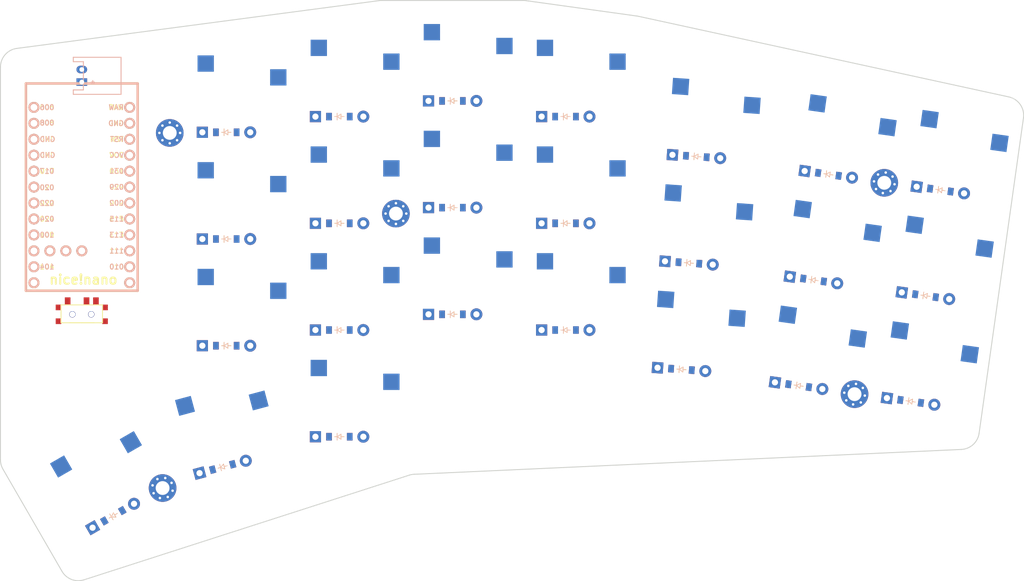
<source format=kicad_pcb>


(kicad_pcb (version 20171130) (host pcbnew 5.1.6)

  (page A3)
  (title_block
    (title "right_pcb")
    (rev "v1.0.0")
    (company "Unknown")
  )

  (general
    (thickness 1.6)
  )

  (layers
    (0 F.Cu signal)
    (31 B.Cu signal)
    (32 B.Adhes user)
    (33 F.Adhes user)
    (34 B.Paste user)
    (35 F.Paste user)
    (36 B.SilkS user)
    (37 F.SilkS user)
    (38 B.Mask user)
    (39 F.Mask user)
    (40 Dwgs.User user)
    (41 Cmts.User user)
    (42 Eco1.User user)
    (43 Eco2.User user)
    (44 Edge.Cuts user)
    (45 Margin user)
    (46 B.CrtYd user)
    (47 F.CrtYd user)
    (48 B.Fab user)
    (49 F.Fab user)
  )

  (setup
    (last_trace_width 0.25)
    (trace_clearance 0.2)
    (zone_clearance 0.508)
    (zone_45_only no)
    (trace_min 0.2)
    (via_size 0.8)
    (via_drill 0.4)
    (via_min_size 0.4)
    (via_min_drill 0.3)
    (uvia_size 0.3)
    (uvia_drill 0.1)
    (uvias_allowed no)
    (uvia_min_size 0.2)
    (uvia_min_drill 0.1)
    (edge_width 0.05)
    (segment_width 0.2)
    (pcb_text_width 0.3)
    (pcb_text_size 1.5 1.5)
    (mod_edge_width 0.12)
    (mod_text_size 1 1)
    (mod_text_width 0.15)
    (pad_size 1.524 1.524)
    (pad_drill 0.762)
    (pad_to_mask_clearance 0.05)
    (aux_axis_origin 0 0)
    (visible_elements FFFFFF7F)
    (pcbplotparams
      (layerselection 0x010fc_ffffffff)
      (usegerberextensions false)
      (usegerberattributes true)
      (usegerberadvancedattributes true)
      (creategerberjobfile true)
      (excludeedgelayer true)
      (linewidth 0.100000)
      (plotframeref false)
      (viasonmask false)
      (mode 1)
      (useauxorigin false)
      (hpglpennumber 1)
      (hpglpenspeed 20)
      (hpglpendiameter 15.000000)
      (psnegative false)
      (psa4output false)
      (plotreference true)
      (plotvalue true)
      (plotinvisibletext false)
      (padsonsilk false)
      (subtractmaskfromsilk false)
      (outputformat 1)
      (mirror false)
      (drillshape 1)
      (scaleselection 1)
      (outputdirectory ""))
  )

  (net 0 "")
(net 1 "P017")
(net 2 "mirror_clone_outer_bottom")
(net 3 "mirror_clone_outer_home")
(net 4 "mirror_clone_outer_top")
(net 5 "P020")
(net 6 "mirror_outer_bottom")
(net 7 "mirror_outer_home")
(net 8 "mirror_outer_top")
(net 9 "P022")
(net 10 "mirror_pinky_bottom")
(net 11 "mirror_pinky_home")
(net 12 "mirror_pinky_top")
(net 13 "P024")
(net 14 "mirror_ring_bottom")
(net 15 "mirror_ring_home")
(net 16 "mirror_ring_top")
(net 17 "P100")
(net 18 "mirror_middle_bottom")
(net 19 "mirror_middle_home")
(net 20 "mirror_middle_top")
(net 21 "mirror_index_mod")
(net 22 "P011")
(net 23 "mirror_index_bottom")
(net 24 "mirror_index_home")
(net 25 "mirror_index_top")
(net 26 "P104")
(net 27 "mirror_inner_bottom")
(net 28 "mirror_inner_home")
(net 29 "mirror_inner_top")
(net 30 "mirror_layer_cluster")
(net 31 "mirror_space_cluster")
(net 32 "P002")
(net 33 "P029")
(net 34 "P031")
(net 35 "P115")
(net 36 "RAW")
(net 37 "GND")
(net 38 "RST")
(net 39 "VCC")
(net 40 "P113")
(net 41 "P111")
(net 42 "P010")
(net 43 "P009")
(net 44 "P006")
(net 45 "P008")
(net 46 "P106")
(net 47 "P101")
(net 48 "P102")
(net 49 "P107")
(net 50 "pos")

  (net_class Default "This is the default net class."
    (clearance 0.2)
    (trace_width 0.25)
    (via_dia 0.8)
    (via_drill 0.4)
    (uvia_dia 0.3)
    (uvia_drill 0.1)
    (add_net "")
(add_net "P017")
(add_net "mirror_clone_outer_bottom")
(add_net "mirror_clone_outer_home")
(add_net "mirror_clone_outer_top")
(add_net "P020")
(add_net "mirror_outer_bottom")
(add_net "mirror_outer_home")
(add_net "mirror_outer_top")
(add_net "P022")
(add_net "mirror_pinky_bottom")
(add_net "mirror_pinky_home")
(add_net "mirror_pinky_top")
(add_net "P024")
(add_net "mirror_ring_bottom")
(add_net "mirror_ring_home")
(add_net "mirror_ring_top")
(add_net "P100")
(add_net "mirror_middle_bottom")
(add_net "mirror_middle_home")
(add_net "mirror_middle_top")
(add_net "mirror_index_mod")
(add_net "P011")
(add_net "mirror_index_bottom")
(add_net "mirror_index_home")
(add_net "mirror_index_top")
(add_net "P104")
(add_net "mirror_inner_bottom")
(add_net "mirror_inner_home")
(add_net "mirror_inner_top")
(add_net "mirror_layer_cluster")
(add_net "mirror_space_cluster")
(add_net "P002")
(add_net "P029")
(add_net "P031")
(add_net "P115")
(add_net "RAW")
(add_net "GND")
(add_net "RST")
(add_net "VCC")
(add_net "P113")
(add_net "P111")
(add_net "P010")
(add_net "P009")
(add_net "P006")
(add_net "P008")
(add_net "P106")
(add_net "P101")
(add_net "P102")
(add_net "P107")
(add_net "pos")
  )

  
        
      (module PG1350 (layer F.Cu) (tedit 5DD50112)
      (at 376.8799847 133.1654428 -8)

      
      (fp_text reference "S1" (at 0 0) (layer F.SilkS) hide (effects (font (size 1.27 1.27) (thickness 0.15))))
      (fp_text value "" (at 0 0) (layer F.SilkS) hide (effects (font (size 1.27 1.27) (thickness 0.15))))

      
      (fp_line (start -7 -6) (end -7 -7) (layer Dwgs.User) (width 0.15))
      (fp_line (start -7 7) (end -6 7) (layer Dwgs.User) (width 0.15))
      (fp_line (start -6 -7) (end -7 -7) (layer Dwgs.User) (width 0.15))
      (fp_line (start -7 7) (end -7 6) (layer Dwgs.User) (width 0.15))
      (fp_line (start 7 6) (end 7 7) (layer Dwgs.User) (width 0.15))
      (fp_line (start 7 -7) (end 6 -7) (layer Dwgs.User) (width 0.15))
      (fp_line (start 6 7) (end 7 7) (layer Dwgs.User) (width 0.15))
      (fp_line (start 7 -7) (end 7 -6) (layer Dwgs.User) (width 0.15))      
      
      
      (pad "" np_thru_hole circle (at 0 0) (size 3.429 3.429) (drill 3.429) (layers *.Cu *.Mask))
        
      
      (pad "" np_thru_hole circle (at 5.5 0) (size 1.7018 1.7018) (drill 1.7018) (layers *.Cu *.Mask))
      (pad "" np_thru_hole circle (at -5.5 0) (size 1.7018 1.7018) (drill 1.7018) (layers *.Cu *.Mask))
      
        
      
      (fp_line (start -9 -8.5) (end 9 -8.5) (layer Dwgs.User) (width 0.15))
      (fp_line (start 9 -8.5) (end 9 8.5) (layer Dwgs.User) (width 0.15))
      (fp_line (start 9 8.5) (end -9 8.5) (layer Dwgs.User) (width 0.15))
      (fp_line (start -9 8.5) (end -9 -8.5) (layer Dwgs.User) (width 0.15))
      
        
          
          (pad "" np_thru_hole circle (at 5 -3.75) (size 3 3) (drill 3) (layers *.Cu *.Mask))
          (pad "" np_thru_hole circle (at 0 -5.95) (size 3 3) (drill 3) (layers *.Cu *.Mask))
      
          
          (pad 1 smd rect (at -3.275 -5.95 -8) (size 2.6 2.6) (layers B.Cu B.Paste B.Mask)  (net 1 "P017"))
          (pad 2 smd rect (at 8.275 -3.75 -8) (size 2.6 2.6) (layers B.Cu B.Paste B.Mask)  (net 2 "mirror_clone_outer_bottom"))
        )
        

        
      (module PG1350 (layer F.Cu) (tedit 5DD50112)
      (at 379.2459274 116.33088559999999 -8)

      
      (fp_text reference "S2" (at 0 0) (layer F.SilkS) hide (effects (font (size 1.27 1.27) (thickness 0.15))))
      (fp_text value "" (at 0 0) (layer F.SilkS) hide (effects (font (size 1.27 1.27) (thickness 0.15))))

      
      (fp_line (start -7 -6) (end -7 -7) (layer Dwgs.User) (width 0.15))
      (fp_line (start -7 7) (end -6 7) (layer Dwgs.User) (width 0.15))
      (fp_line (start -6 -7) (end -7 -7) (layer Dwgs.User) (width 0.15))
      (fp_line (start -7 7) (end -7 6) (layer Dwgs.User) (width 0.15))
      (fp_line (start 7 6) (end 7 7) (layer Dwgs.User) (width 0.15))
      (fp_line (start 7 -7) (end 6 -7) (layer Dwgs.User) (width 0.15))
      (fp_line (start 6 7) (end 7 7) (layer Dwgs.User) (width 0.15))
      (fp_line (start 7 -7) (end 7 -6) (layer Dwgs.User) (width 0.15))      
      
      
      (pad "" np_thru_hole circle (at 0 0) (size 3.429 3.429) (drill 3.429) (layers *.Cu *.Mask))
        
      
      (pad "" np_thru_hole circle (at 5.5 0) (size 1.7018 1.7018) (drill 1.7018) (layers *.Cu *.Mask))
      (pad "" np_thru_hole circle (at -5.5 0) (size 1.7018 1.7018) (drill 1.7018) (layers *.Cu *.Mask))
      
        
      
      (fp_line (start -9 -8.5) (end 9 -8.5) (layer Dwgs.User) (width 0.15))
      (fp_line (start 9 -8.5) (end 9 8.5) (layer Dwgs.User) (width 0.15))
      (fp_line (start 9 8.5) (end -9 8.5) (layer Dwgs.User) (width 0.15))
      (fp_line (start -9 8.5) (end -9 -8.5) (layer Dwgs.User) (width 0.15))
      
        
          
          (pad "" np_thru_hole circle (at 5 -3.75) (size 3 3) (drill 3) (layers *.Cu *.Mask))
          (pad "" np_thru_hole circle (at 0 -5.95) (size 3 3) (drill 3) (layers *.Cu *.Mask))
      
          
          (pad 1 smd rect (at -3.275 -5.95 -8) (size 2.6 2.6) (layers B.Cu B.Paste B.Mask)  (net 1 "P017"))
          (pad 2 smd rect (at 8.275 -3.75 -8) (size 2.6 2.6) (layers B.Cu B.Paste B.Mask)  (net 3 "mirror_clone_outer_home"))
        )
        

        
      (module PG1350 (layer F.Cu) (tedit 5DD50112)
      (at 381.61187010000003 99.49632839999998 -8)

      
      (fp_text reference "S3" (at 0 0) (layer F.SilkS) hide (effects (font (size 1.27 1.27) (thickness 0.15))))
      (fp_text value "" (at 0 0) (layer F.SilkS) hide (effects (font (size 1.27 1.27) (thickness 0.15))))

      
      (fp_line (start -7 -6) (end -7 -7) (layer Dwgs.User) (width 0.15))
      (fp_line (start -7 7) (end -6 7) (layer Dwgs.User) (width 0.15))
      (fp_line (start -6 -7) (end -7 -7) (layer Dwgs.User) (width 0.15))
      (fp_line (start -7 7) (end -7 6) (layer Dwgs.User) (width 0.15))
      (fp_line (start 7 6) (end 7 7) (layer Dwgs.User) (width 0.15))
      (fp_line (start 7 -7) (end 6 -7) (layer Dwgs.User) (width 0.15))
      (fp_line (start 6 7) (end 7 7) (layer Dwgs.User) (width 0.15))
      (fp_line (start 7 -7) (end 7 -6) (layer Dwgs.User) (width 0.15))      
      
      
      (pad "" np_thru_hole circle (at 0 0) (size 3.429 3.429) (drill 3.429) (layers *.Cu *.Mask))
        
      
      (pad "" np_thru_hole circle (at 5.5 0) (size 1.7018 1.7018) (drill 1.7018) (layers *.Cu *.Mask))
      (pad "" np_thru_hole circle (at -5.5 0) (size 1.7018 1.7018) (drill 1.7018) (layers *.Cu *.Mask))
      
        
      
      (fp_line (start -9 -8.5) (end 9 -8.5) (layer Dwgs.User) (width 0.15))
      (fp_line (start 9 -8.5) (end 9 8.5) (layer Dwgs.User) (width 0.15))
      (fp_line (start 9 8.5) (end -9 8.5) (layer Dwgs.User) (width 0.15))
      (fp_line (start -9 8.5) (end -9 -8.5) (layer Dwgs.User) (width 0.15))
      
        
          
          (pad "" np_thru_hole circle (at 5 -3.75) (size 3 3) (drill 3) (layers *.Cu *.Mask))
          (pad "" np_thru_hole circle (at 0 -5.95) (size 3 3) (drill 3) (layers *.Cu *.Mask))
      
          
          (pad 1 smd rect (at -3.275 -5.95 -8) (size 2.6 2.6) (layers B.Cu B.Paste B.Mask)  (net 1 "P017"))
          (pad 2 smd rect (at 8.275 -3.75 -8) (size 2.6 2.6) (layers B.Cu B.Paste B.Mask)  (net 4 "mirror_clone_outer_top"))
        )
        

        
      (module PG1350 (layer F.Cu) (tedit 5DD50112)
      (at 359.05515950000006 130.660327 -8)

      
      (fp_text reference "S4" (at 0 0) (layer F.SilkS) hide (effects (font (size 1.27 1.27) (thickness 0.15))))
      (fp_text value "" (at 0 0) (layer F.SilkS) hide (effects (font (size 1.27 1.27) (thickness 0.15))))

      
      (fp_line (start -7 -6) (end -7 -7) (layer Dwgs.User) (width 0.15))
      (fp_line (start -7 7) (end -6 7) (layer Dwgs.User) (width 0.15))
      (fp_line (start -6 -7) (end -7 -7) (layer Dwgs.User) (width 0.15))
      (fp_line (start -7 7) (end -7 6) (layer Dwgs.User) (width 0.15))
      (fp_line (start 7 6) (end 7 7) (layer Dwgs.User) (width 0.15))
      (fp_line (start 7 -7) (end 6 -7) (layer Dwgs.User) (width 0.15))
      (fp_line (start 6 7) (end 7 7) (layer Dwgs.User) (width 0.15))
      (fp_line (start 7 -7) (end 7 -6) (layer Dwgs.User) (width 0.15))      
      
      
      (pad "" np_thru_hole circle (at 0 0) (size 3.429 3.429) (drill 3.429) (layers *.Cu *.Mask))
        
      
      (pad "" np_thru_hole circle (at 5.5 0) (size 1.7018 1.7018) (drill 1.7018) (layers *.Cu *.Mask))
      (pad "" np_thru_hole circle (at -5.5 0) (size 1.7018 1.7018) (drill 1.7018) (layers *.Cu *.Mask))
      
        
      
      (fp_line (start -9 -8.5) (end 9 -8.5) (layer Dwgs.User) (width 0.15))
      (fp_line (start 9 -8.5) (end 9 8.5) (layer Dwgs.User) (width 0.15))
      (fp_line (start 9 8.5) (end -9 8.5) (layer Dwgs.User) (width 0.15))
      (fp_line (start -9 8.5) (end -9 -8.5) (layer Dwgs.User) (width 0.15))
      
        
          
          (pad "" np_thru_hole circle (at 5 -3.75) (size 3 3) (drill 3) (layers *.Cu *.Mask))
          (pad "" np_thru_hole circle (at 0 -5.95) (size 3 3) (drill 3) (layers *.Cu *.Mask))
      
          
          (pad 1 smd rect (at -3.275 -5.95 -8) (size 2.6 2.6) (layers B.Cu B.Paste B.Mask)  (net 5 "P020"))
          (pad 2 smd rect (at 8.275 -3.75 -8) (size 2.6 2.6) (layers B.Cu B.Paste B.Mask)  (net 6 "mirror_outer_bottom"))
        )
        

        
      (module PG1350 (layer F.Cu) (tedit 5DD50112)
      (at 361.42110220000006 113.82576979999999 -8)

      
      (fp_text reference "S5" (at 0 0) (layer F.SilkS) hide (effects (font (size 1.27 1.27) (thickness 0.15))))
      (fp_text value "" (at 0 0) (layer F.SilkS) hide (effects (font (size 1.27 1.27) (thickness 0.15))))

      
      (fp_line (start -7 -6) (end -7 -7) (layer Dwgs.User) (width 0.15))
      (fp_line (start -7 7) (end -6 7) (layer Dwgs.User) (width 0.15))
      (fp_line (start -6 -7) (end -7 -7) (layer Dwgs.User) (width 0.15))
      (fp_line (start -7 7) (end -7 6) (layer Dwgs.User) (width 0.15))
      (fp_line (start 7 6) (end 7 7) (layer Dwgs.User) (width 0.15))
      (fp_line (start 7 -7) (end 6 -7) (layer Dwgs.User) (width 0.15))
      (fp_line (start 6 7) (end 7 7) (layer Dwgs.User) (width 0.15))
      (fp_line (start 7 -7) (end 7 -6) (layer Dwgs.User) (width 0.15))      
      
      
      (pad "" np_thru_hole circle (at 0 0) (size 3.429 3.429) (drill 3.429) (layers *.Cu *.Mask))
        
      
      (pad "" np_thru_hole circle (at 5.5 0) (size 1.7018 1.7018) (drill 1.7018) (layers *.Cu *.Mask))
      (pad "" np_thru_hole circle (at -5.5 0) (size 1.7018 1.7018) (drill 1.7018) (layers *.Cu *.Mask))
      
        
      
      (fp_line (start -9 -8.5) (end 9 -8.5) (layer Dwgs.User) (width 0.15))
      (fp_line (start 9 -8.5) (end 9 8.5) (layer Dwgs.User) (width 0.15))
      (fp_line (start 9 8.5) (end -9 8.5) (layer Dwgs.User) (width 0.15))
      (fp_line (start -9 8.5) (end -9 -8.5) (layer Dwgs.User) (width 0.15))
      
        
          
          (pad "" np_thru_hole circle (at 5 -3.75) (size 3 3) (drill 3) (layers *.Cu *.Mask))
          (pad "" np_thru_hole circle (at 0 -5.95) (size 3 3) (drill 3) (layers *.Cu *.Mask))
      
          
          (pad 1 smd rect (at -3.275 -5.95 -8) (size 2.6 2.6) (layers B.Cu B.Paste B.Mask)  (net 5 "P020"))
          (pad 2 smd rect (at 8.275 -3.75 -8) (size 2.6 2.6) (layers B.Cu B.Paste B.Mask)  (net 7 "mirror_outer_home"))
        )
        

        
      (module PG1350 (layer F.Cu) (tedit 5DD50112)
      (at 363.78704490000007 96.99121259999998 -8)

      
      (fp_text reference "S6" (at 0 0) (layer F.SilkS) hide (effects (font (size 1.27 1.27) (thickness 0.15))))
      (fp_text value "" (at 0 0) (layer F.SilkS) hide (effects (font (size 1.27 1.27) (thickness 0.15))))

      
      (fp_line (start -7 -6) (end -7 -7) (layer Dwgs.User) (width 0.15))
      (fp_line (start -7 7) (end -6 7) (layer Dwgs.User) (width 0.15))
      (fp_line (start -6 -7) (end -7 -7) (layer Dwgs.User) (width 0.15))
      (fp_line (start -7 7) (end -7 6) (layer Dwgs.User) (width 0.15))
      (fp_line (start 7 6) (end 7 7) (layer Dwgs.User) (width 0.15))
      (fp_line (start 7 -7) (end 6 -7) (layer Dwgs.User) (width 0.15))
      (fp_line (start 6 7) (end 7 7) (layer Dwgs.User) (width 0.15))
      (fp_line (start 7 -7) (end 7 -6) (layer Dwgs.User) (width 0.15))      
      
      
      (pad "" np_thru_hole circle (at 0 0) (size 3.429 3.429) (drill 3.429) (layers *.Cu *.Mask))
        
      
      (pad "" np_thru_hole circle (at 5.5 0) (size 1.7018 1.7018) (drill 1.7018) (layers *.Cu *.Mask))
      (pad "" np_thru_hole circle (at -5.5 0) (size 1.7018 1.7018) (drill 1.7018) (layers *.Cu *.Mask))
      
        
      
      (fp_line (start -9 -8.5) (end 9 -8.5) (layer Dwgs.User) (width 0.15))
      (fp_line (start 9 -8.5) (end 9 8.5) (layer Dwgs.User) (width 0.15))
      (fp_line (start 9 8.5) (end -9 8.5) (layer Dwgs.User) (width 0.15))
      (fp_line (start -9 8.5) (end -9 -8.5) (layer Dwgs.User) (width 0.15))
      
        
          
          (pad "" np_thru_hole circle (at 5 -3.75) (size 3 3) (drill 3) (layers *.Cu *.Mask))
          (pad "" np_thru_hole circle (at 0 -5.95) (size 3 3) (drill 3) (layers *.Cu *.Mask))
      
          
          (pad 1 smd rect (at -3.275 -5.95 -8) (size 2.6 2.6) (layers B.Cu B.Paste B.Mask)  (net 5 "P020"))
          (pad 2 smd rect (at 8.275 -3.75 -8) (size 2.6 2.6) (layers B.Cu B.Paste B.Mask)  (net 8 "mirror_outer_top"))
        )
        

        
      (module PG1350 (layer F.Cu) (tedit 5DD50112)
      (at 340.0502516 128.0311795 -4)

      
      (fp_text reference "S7" (at 0 0) (layer F.SilkS) hide (effects (font (size 1.27 1.27) (thickness 0.15))))
      (fp_text value "" (at 0 0) (layer F.SilkS) hide (effects (font (size 1.27 1.27) (thickness 0.15))))

      
      (fp_line (start -7 -6) (end -7 -7) (layer Dwgs.User) (width 0.15))
      (fp_line (start -7 7) (end -6 7) (layer Dwgs.User) (width 0.15))
      (fp_line (start -6 -7) (end -7 -7) (layer Dwgs.User) (width 0.15))
      (fp_line (start -7 7) (end -7 6) (layer Dwgs.User) (width 0.15))
      (fp_line (start 7 6) (end 7 7) (layer Dwgs.User) (width 0.15))
      (fp_line (start 7 -7) (end 6 -7) (layer Dwgs.User) (width 0.15))
      (fp_line (start 6 7) (end 7 7) (layer Dwgs.User) (width 0.15))
      (fp_line (start 7 -7) (end 7 -6) (layer Dwgs.User) (width 0.15))      
      
      
      (pad "" np_thru_hole circle (at 0 0) (size 3.429 3.429) (drill 3.429) (layers *.Cu *.Mask))
        
      
      (pad "" np_thru_hole circle (at 5.5 0) (size 1.7018 1.7018) (drill 1.7018) (layers *.Cu *.Mask))
      (pad "" np_thru_hole circle (at -5.5 0) (size 1.7018 1.7018) (drill 1.7018) (layers *.Cu *.Mask))
      
        
      
      (fp_line (start -9 -8.5) (end 9 -8.5) (layer Dwgs.User) (width 0.15))
      (fp_line (start 9 -8.5) (end 9 8.5) (layer Dwgs.User) (width 0.15))
      (fp_line (start 9 8.5) (end -9 8.5) (layer Dwgs.User) (width 0.15))
      (fp_line (start -9 8.5) (end -9 -8.5) (layer Dwgs.User) (width 0.15))
      
        
          
          (pad "" np_thru_hole circle (at 5 -3.75) (size 3 3) (drill 3) (layers *.Cu *.Mask))
          (pad "" np_thru_hole circle (at 0 -5.95) (size 3 3) (drill 3) (layers *.Cu *.Mask))
      
          
          (pad 1 smd rect (at -3.275 -5.95 -4) (size 2.6 2.6) (layers B.Cu B.Paste B.Mask)  (net 9 "P022"))
          (pad 2 smd rect (at 8.275 -3.75 -4) (size 2.6 2.6) (layers B.Cu B.Paste B.Mask)  (net 10 "mirror_pinky_bottom"))
        )
        

        
      (module PG1350 (layer F.Cu) (tedit 5DD50112)
      (at 341.23611170000004 111.07259060000001 -4)

      
      (fp_text reference "S8" (at 0 0) (layer F.SilkS) hide (effects (font (size 1.27 1.27) (thickness 0.15))))
      (fp_text value "" (at 0 0) (layer F.SilkS) hide (effects (font (size 1.27 1.27) (thickness 0.15))))

      
      (fp_line (start -7 -6) (end -7 -7) (layer Dwgs.User) (width 0.15))
      (fp_line (start -7 7) (end -6 7) (layer Dwgs.User) (width 0.15))
      (fp_line (start -6 -7) (end -7 -7) (layer Dwgs.User) (width 0.15))
      (fp_line (start -7 7) (end -7 6) (layer Dwgs.User) (width 0.15))
      (fp_line (start 7 6) (end 7 7) (layer Dwgs.User) (width 0.15))
      (fp_line (start 7 -7) (end 6 -7) (layer Dwgs.User) (width 0.15))
      (fp_line (start 6 7) (end 7 7) (layer Dwgs.User) (width 0.15))
      (fp_line (start 7 -7) (end 7 -6) (layer Dwgs.User) (width 0.15))      
      
      
      (pad "" np_thru_hole circle (at 0 0) (size 3.429 3.429) (drill 3.429) (layers *.Cu *.Mask))
        
      
      (pad "" np_thru_hole circle (at 5.5 0) (size 1.7018 1.7018) (drill 1.7018) (layers *.Cu *.Mask))
      (pad "" np_thru_hole circle (at -5.5 0) (size 1.7018 1.7018) (drill 1.7018) (layers *.Cu *.Mask))
      
        
      
      (fp_line (start -9 -8.5) (end 9 -8.5) (layer Dwgs.User) (width 0.15))
      (fp_line (start 9 -8.5) (end 9 8.5) (layer Dwgs.User) (width 0.15))
      (fp_line (start 9 8.5) (end -9 8.5) (layer Dwgs.User) (width 0.15))
      (fp_line (start -9 8.5) (end -9 -8.5) (layer Dwgs.User) (width 0.15))
      
        
          
          (pad "" np_thru_hole circle (at 5 -3.75) (size 3 3) (drill 3) (layers *.Cu *.Mask))
          (pad "" np_thru_hole circle (at 0 -5.95) (size 3 3) (drill 3) (layers *.Cu *.Mask))
      
          
          (pad 1 smd rect (at -3.275 -5.95 -4) (size 2.6 2.6) (layers B.Cu B.Paste B.Mask)  (net 9 "P022"))
          (pad 2 smd rect (at 8.275 -3.75 -4) (size 2.6 2.6) (layers B.Cu B.Paste B.Mask)  (net 11 "mirror_pinky_home"))
        )
        

        
      (module PG1350 (layer F.Cu) (tedit 5DD50112)
      (at 342.4219718 94.11400170000002 -4)

      
      (fp_text reference "S9" (at 0 0) (layer F.SilkS) hide (effects (font (size 1.27 1.27) (thickness 0.15))))
      (fp_text value "" (at 0 0) (layer F.SilkS) hide (effects (font (size 1.27 1.27) (thickness 0.15))))

      
      (fp_line (start -7 -6) (end -7 -7) (layer Dwgs.User) (width 0.15))
      (fp_line (start -7 7) (end -6 7) (layer Dwgs.User) (width 0.15))
      (fp_line (start -6 -7) (end -7 -7) (layer Dwgs.User) (width 0.15))
      (fp_line (start -7 7) (end -7 6) (layer Dwgs.User) (width 0.15))
      (fp_line (start 7 6) (end 7 7) (layer Dwgs.User) (width 0.15))
      (fp_line (start 7 -7) (end 6 -7) (layer Dwgs.User) (width 0.15))
      (fp_line (start 6 7) (end 7 7) (layer Dwgs.User) (width 0.15))
      (fp_line (start 7 -7) (end 7 -6) (layer Dwgs.User) (width 0.15))      
      
      
      (pad "" np_thru_hole circle (at 0 0) (size 3.429 3.429) (drill 3.429) (layers *.Cu *.Mask))
        
      
      (pad "" np_thru_hole circle (at 5.5 0) (size 1.7018 1.7018) (drill 1.7018) (layers *.Cu *.Mask))
      (pad "" np_thru_hole circle (at -5.5 0) (size 1.7018 1.7018) (drill 1.7018) (layers *.Cu *.Mask))
      
        
      
      (fp_line (start -9 -8.5) (end 9 -8.5) (layer Dwgs.User) (width 0.15))
      (fp_line (start 9 -8.5) (end 9 8.5) (layer Dwgs.User) (width 0.15))
      (fp_line (start 9 8.5) (end -9 8.5) (layer Dwgs.User) (width 0.15))
      (fp_line (start -9 8.5) (end -9 -8.5) (layer Dwgs.User) (width 0.15))
      
        
          
          (pad "" np_thru_hole circle (at 5 -3.75) (size 3 3) (drill 3) (layers *.Cu *.Mask))
          (pad "" np_thru_hole circle (at 0 -5.95) (size 3 3) (drill 3) (layers *.Cu *.Mask))
      
          
          (pad 1 smd rect (at -3.275 -5.95 -4) (size 2.6 2.6) (layers B.Cu B.Paste B.Mask)  (net 9 "P022"))
          (pad 2 smd rect (at 8.275 -3.75 -4) (size 2.6 2.6) (layers B.Cu B.Paste B.Mask)  (net 12 "mirror_pinky_top"))
        )
        

        
      (module PG1350 (layer F.Cu) (tedit 5DD50112)
      (at 321.257021 121.74633159999999 0)

      
      (fp_text reference "S10" (at 0 0) (layer F.SilkS) hide (effects (font (size 1.27 1.27) (thickness 0.15))))
      (fp_text value "" (at 0 0) (layer F.SilkS) hide (effects (font (size 1.27 1.27) (thickness 0.15))))

      
      (fp_line (start -7 -6) (end -7 -7) (layer Dwgs.User) (width 0.15))
      (fp_line (start -7 7) (end -6 7) (layer Dwgs.User) (width 0.15))
      (fp_line (start -6 -7) (end -7 -7) (layer Dwgs.User) (width 0.15))
      (fp_line (start -7 7) (end -7 6) (layer Dwgs.User) (width 0.15))
      (fp_line (start 7 6) (end 7 7) (layer Dwgs.User) (width 0.15))
      (fp_line (start 7 -7) (end 6 -7) (layer Dwgs.User) (width 0.15))
      (fp_line (start 6 7) (end 7 7) (layer Dwgs.User) (width 0.15))
      (fp_line (start 7 -7) (end 7 -6) (layer Dwgs.User) (width 0.15))      
      
      
      (pad "" np_thru_hole circle (at 0 0) (size 3.429 3.429) (drill 3.429) (layers *.Cu *.Mask))
        
      
      (pad "" np_thru_hole circle (at 5.5 0) (size 1.7018 1.7018) (drill 1.7018) (layers *.Cu *.Mask))
      (pad "" np_thru_hole circle (at -5.5 0) (size 1.7018 1.7018) (drill 1.7018) (layers *.Cu *.Mask))
      
        
      
      (fp_line (start -9 -8.5) (end 9 -8.5) (layer Dwgs.User) (width 0.15))
      (fp_line (start 9 -8.5) (end 9 8.5) (layer Dwgs.User) (width 0.15))
      (fp_line (start 9 8.5) (end -9 8.5) (layer Dwgs.User) (width 0.15))
      (fp_line (start -9 8.5) (end -9 -8.5) (layer Dwgs.User) (width 0.15))
      
        
          
          (pad "" np_thru_hole circle (at 5 -3.75) (size 3 3) (drill 3) (layers *.Cu *.Mask))
          (pad "" np_thru_hole circle (at 0 -5.95) (size 3 3) (drill 3) (layers *.Cu *.Mask))
      
          
          (pad 1 smd rect (at -3.275 -5.95 0) (size 2.6 2.6) (layers B.Cu B.Paste B.Mask)  (net 13 "P024"))
          (pad 2 smd rect (at 8.275 -3.75 0) (size 2.6 2.6) (layers B.Cu B.Paste B.Mask)  (net 14 "mirror_ring_bottom"))
        )
        

        
      (module PG1350 (layer F.Cu) (tedit 5DD50112)
      (at 321.257021 104.74633159999999 0)

      
      (fp_text reference "S11" (at 0 0) (layer F.SilkS) hide (effects (font (size 1.27 1.27) (thickness 0.15))))
      (fp_text value "" (at 0 0) (layer F.SilkS) hide (effects (font (size 1.27 1.27) (thickness 0.15))))

      
      (fp_line (start -7 -6) (end -7 -7) (layer Dwgs.User) (width 0.15))
      (fp_line (start -7 7) (end -6 7) (layer Dwgs.User) (width 0.15))
      (fp_line (start -6 -7) (end -7 -7) (layer Dwgs.User) (width 0.15))
      (fp_line (start -7 7) (end -7 6) (layer Dwgs.User) (width 0.15))
      (fp_line (start 7 6) (end 7 7) (layer Dwgs.User) (width 0.15))
      (fp_line (start 7 -7) (end 6 -7) (layer Dwgs.User) (width 0.15))
      (fp_line (start 6 7) (end 7 7) (layer Dwgs.User) (width 0.15))
      (fp_line (start 7 -7) (end 7 -6) (layer Dwgs.User) (width 0.15))      
      
      
      (pad "" np_thru_hole circle (at 0 0) (size 3.429 3.429) (drill 3.429) (layers *.Cu *.Mask))
        
      
      (pad "" np_thru_hole circle (at 5.5 0) (size 1.7018 1.7018) (drill 1.7018) (layers *.Cu *.Mask))
      (pad "" np_thru_hole circle (at -5.5 0) (size 1.7018 1.7018) (drill 1.7018) (layers *.Cu *.Mask))
      
        
      
      (fp_line (start -9 -8.5) (end 9 -8.5) (layer Dwgs.User) (width 0.15))
      (fp_line (start 9 -8.5) (end 9 8.5) (layer Dwgs.User) (width 0.15))
      (fp_line (start 9 8.5) (end -9 8.5) (layer Dwgs.User) (width 0.15))
      (fp_line (start -9 8.5) (end -9 -8.5) (layer Dwgs.User) (width 0.15))
      
        
          
          (pad "" np_thru_hole circle (at 5 -3.75) (size 3 3) (drill 3) (layers *.Cu *.Mask))
          (pad "" np_thru_hole circle (at 0 -5.95) (size 3 3) (drill 3) (layers *.Cu *.Mask))
      
          
          (pad 1 smd rect (at -3.275 -5.95 0) (size 2.6 2.6) (layers B.Cu B.Paste B.Mask)  (net 13 "P024"))
          (pad 2 smd rect (at 8.275 -3.75 0) (size 2.6 2.6) (layers B.Cu B.Paste B.Mask)  (net 15 "mirror_ring_home"))
        )
        

        
      (module PG1350 (layer F.Cu) (tedit 5DD50112)
      (at 321.257021 87.74633159999999 0)

      
      (fp_text reference "S12" (at 0 0) (layer F.SilkS) hide (effects (font (size 1.27 1.27) (thickness 0.15))))
      (fp_text value "" (at 0 0) (layer F.SilkS) hide (effects (font (size 1.27 1.27) (thickness 0.15))))

      
      (fp_line (start -7 -6) (end -7 -7) (layer Dwgs.User) (width 0.15))
      (fp_line (start -7 7) (end -6 7) (layer Dwgs.User) (width 0.15))
      (fp_line (start -6 -7) (end -7 -7) (layer Dwgs.User) (width 0.15))
      (fp_line (start -7 7) (end -7 6) (layer Dwgs.User) (width 0.15))
      (fp_line (start 7 6) (end 7 7) (layer Dwgs.User) (width 0.15))
      (fp_line (start 7 -7) (end 6 -7) (layer Dwgs.User) (width 0.15))
      (fp_line (start 6 7) (end 7 7) (layer Dwgs.User) (width 0.15))
      (fp_line (start 7 -7) (end 7 -6) (layer Dwgs.User) (width 0.15))      
      
      
      (pad "" np_thru_hole circle (at 0 0) (size 3.429 3.429) (drill 3.429) (layers *.Cu *.Mask))
        
      
      (pad "" np_thru_hole circle (at 5.5 0) (size 1.7018 1.7018) (drill 1.7018) (layers *.Cu *.Mask))
      (pad "" np_thru_hole circle (at -5.5 0) (size 1.7018 1.7018) (drill 1.7018) (layers *.Cu *.Mask))
      
        
      
      (fp_line (start -9 -8.5) (end 9 -8.5) (layer Dwgs.User) (width 0.15))
      (fp_line (start 9 -8.5) (end 9 8.5) (layer Dwgs.User) (width 0.15))
      (fp_line (start 9 8.5) (end -9 8.5) (layer Dwgs.User) (width 0.15))
      (fp_line (start -9 8.5) (end -9 -8.5) (layer Dwgs.User) (width 0.15))
      
        
          
          (pad "" np_thru_hole circle (at 5 -3.75) (size 3 3) (drill 3) (layers *.Cu *.Mask))
          (pad "" np_thru_hole circle (at 0 -5.95) (size 3 3) (drill 3) (layers *.Cu *.Mask))
      
          
          (pad 1 smd rect (at -3.275 -5.95 0) (size 2.6 2.6) (layers B.Cu B.Paste B.Mask)  (net 13 "P024"))
          (pad 2 smd rect (at 8.275 -3.75 0) (size 2.6 2.6) (layers B.Cu B.Paste B.Mask)  (net 16 "mirror_ring_top"))
        )
        

        
      (module PG1350 (layer F.Cu) (tedit 5DD50112)
      (at 303.257021 119.24633159999999 0)

      
      (fp_text reference "S13" (at 0 0) (layer F.SilkS) hide (effects (font (size 1.27 1.27) (thickness 0.15))))
      (fp_text value "" (at 0 0) (layer F.SilkS) hide (effects (font (size 1.27 1.27) (thickness 0.15))))

      
      (fp_line (start -7 -6) (end -7 -7) (layer Dwgs.User) (width 0.15))
      (fp_line (start -7 7) (end -6 7) (layer Dwgs.User) (width 0.15))
      (fp_line (start -6 -7) (end -7 -7) (layer Dwgs.User) (width 0.15))
      (fp_line (start -7 7) (end -7 6) (layer Dwgs.User) (width 0.15))
      (fp_line (start 7 6) (end 7 7) (layer Dwgs.User) (width 0.15))
      (fp_line (start 7 -7) (end 6 -7) (layer Dwgs.User) (width 0.15))
      (fp_line (start 6 7) (end 7 7) (layer Dwgs.User) (width 0.15))
      (fp_line (start 7 -7) (end 7 -6) (layer Dwgs.User) (width 0.15))      
      
      
      (pad "" np_thru_hole circle (at 0 0) (size 3.429 3.429) (drill 3.429) (layers *.Cu *.Mask))
        
      
      (pad "" np_thru_hole circle (at 5.5 0) (size 1.7018 1.7018) (drill 1.7018) (layers *.Cu *.Mask))
      (pad "" np_thru_hole circle (at -5.5 0) (size 1.7018 1.7018) (drill 1.7018) (layers *.Cu *.Mask))
      
        
      
      (fp_line (start -9 -8.5) (end 9 -8.5) (layer Dwgs.User) (width 0.15))
      (fp_line (start 9 -8.5) (end 9 8.5) (layer Dwgs.User) (width 0.15))
      (fp_line (start 9 8.5) (end -9 8.5) (layer Dwgs.User) (width 0.15))
      (fp_line (start -9 8.5) (end -9 -8.5) (layer Dwgs.User) (width 0.15))
      
        
          
          (pad "" np_thru_hole circle (at 5 -3.75) (size 3 3) (drill 3) (layers *.Cu *.Mask))
          (pad "" np_thru_hole circle (at 0 -5.95) (size 3 3) (drill 3) (layers *.Cu *.Mask))
      
          
          (pad 1 smd rect (at -3.275 -5.95 0) (size 2.6 2.6) (layers B.Cu B.Paste B.Mask)  (net 17 "P100"))
          (pad 2 smd rect (at 8.275 -3.75 0) (size 2.6 2.6) (layers B.Cu B.Paste B.Mask)  (net 18 "mirror_middle_bottom"))
        )
        

        
      (module PG1350 (layer F.Cu) (tedit 5DD50112)
      (at 303.257021 102.24633159999999 0)

      
      (fp_text reference "S14" (at 0 0) (layer F.SilkS) hide (effects (font (size 1.27 1.27) (thickness 0.15))))
      (fp_text value "" (at 0 0) (layer F.SilkS) hide (effects (font (size 1.27 1.27) (thickness 0.15))))

      
      (fp_line (start -7 -6) (end -7 -7) (layer Dwgs.User) (width 0.15))
      (fp_line (start -7 7) (end -6 7) (layer Dwgs.User) (width 0.15))
      (fp_line (start -6 -7) (end -7 -7) (layer Dwgs.User) (width 0.15))
      (fp_line (start -7 7) (end -7 6) (layer Dwgs.User) (width 0.15))
      (fp_line (start 7 6) (end 7 7) (layer Dwgs.User) (width 0.15))
      (fp_line (start 7 -7) (end 6 -7) (layer Dwgs.User) (width 0.15))
      (fp_line (start 6 7) (end 7 7) (layer Dwgs.User) (width 0.15))
      (fp_line (start 7 -7) (end 7 -6) (layer Dwgs.User) (width 0.15))      
      
      
      (pad "" np_thru_hole circle (at 0 0) (size 3.429 3.429) (drill 3.429) (layers *.Cu *.Mask))
        
      
      (pad "" np_thru_hole circle (at 5.5 0) (size 1.7018 1.7018) (drill 1.7018) (layers *.Cu *.Mask))
      (pad "" np_thru_hole circle (at -5.5 0) (size 1.7018 1.7018) (drill 1.7018) (layers *.Cu *.Mask))
      
        
      
      (fp_line (start -9 -8.5) (end 9 -8.5) (layer Dwgs.User) (width 0.15))
      (fp_line (start 9 -8.5) (end 9 8.5) (layer Dwgs.User) (width 0.15))
      (fp_line (start 9 8.5) (end -9 8.5) (layer Dwgs.User) (width 0.15))
      (fp_line (start -9 8.5) (end -9 -8.5) (layer Dwgs.User) (width 0.15))
      
        
          
          (pad "" np_thru_hole circle (at 5 -3.75) (size 3 3) (drill 3) (layers *.Cu *.Mask))
          (pad "" np_thru_hole circle (at 0 -5.95) (size 3 3) (drill 3) (layers *.Cu *.Mask))
      
          
          (pad 1 smd rect (at -3.275 -5.95 0) (size 2.6 2.6) (layers B.Cu B.Paste B.Mask)  (net 17 "P100"))
          (pad 2 smd rect (at 8.275 -3.75 0) (size 2.6 2.6) (layers B.Cu B.Paste B.Mask)  (net 19 "mirror_middle_home"))
        )
        

        
      (module PG1350 (layer F.Cu) (tedit 5DD50112)
      (at 303.257021 85.24633159999999 0)

      
      (fp_text reference "S15" (at 0 0) (layer F.SilkS) hide (effects (font (size 1.27 1.27) (thickness 0.15))))
      (fp_text value "" (at 0 0) (layer F.SilkS) hide (effects (font (size 1.27 1.27) (thickness 0.15))))

      
      (fp_line (start -7 -6) (end -7 -7) (layer Dwgs.User) (width 0.15))
      (fp_line (start -7 7) (end -6 7) (layer Dwgs.User) (width 0.15))
      (fp_line (start -6 -7) (end -7 -7) (layer Dwgs.User) (width 0.15))
      (fp_line (start -7 7) (end -7 6) (layer Dwgs.User) (width 0.15))
      (fp_line (start 7 6) (end 7 7) (layer Dwgs.User) (width 0.15))
      (fp_line (start 7 -7) (end 6 -7) (layer Dwgs.User) (width 0.15))
      (fp_line (start 6 7) (end 7 7) (layer Dwgs.User) (width 0.15))
      (fp_line (start 7 -7) (end 7 -6) (layer Dwgs.User) (width 0.15))      
      
      
      (pad "" np_thru_hole circle (at 0 0) (size 3.429 3.429) (drill 3.429) (layers *.Cu *.Mask))
        
      
      (pad "" np_thru_hole circle (at 5.5 0) (size 1.7018 1.7018) (drill 1.7018) (layers *.Cu *.Mask))
      (pad "" np_thru_hole circle (at -5.5 0) (size 1.7018 1.7018) (drill 1.7018) (layers *.Cu *.Mask))
      
        
      
      (fp_line (start -9 -8.5) (end 9 -8.5) (layer Dwgs.User) (width 0.15))
      (fp_line (start 9 -8.5) (end 9 8.5) (layer Dwgs.User) (width 0.15))
      (fp_line (start 9 8.5) (end -9 8.5) (layer Dwgs.User) (width 0.15))
      (fp_line (start -9 8.5) (end -9 -8.5) (layer Dwgs.User) (width 0.15))
      
        
          
          (pad "" np_thru_hole circle (at 5 -3.75) (size 3 3) (drill 3) (layers *.Cu *.Mask))
          (pad "" np_thru_hole circle (at 0 -5.95) (size 3 3) (drill 3) (layers *.Cu *.Mask))
      
          
          (pad 1 smd rect (at -3.275 -5.95 0) (size 2.6 2.6) (layers B.Cu B.Paste B.Mask)  (net 17 "P100"))
          (pad 2 smd rect (at 8.275 -3.75 0) (size 2.6 2.6) (layers B.Cu B.Paste B.Mask)  (net 20 "mirror_middle_top"))
        )
        

        
      (module PG1350 (layer F.Cu) (tedit 5DD50112)
      (at 285.257021 138.74633169999998 0)

      
      (fp_text reference "S16" (at 0 0) (layer F.SilkS) hide (effects (font (size 1.27 1.27) (thickness 0.15))))
      (fp_text value "" (at 0 0) (layer F.SilkS) hide (effects (font (size 1.27 1.27) (thickness 0.15))))

      
      (fp_line (start -7 -6) (end -7 -7) (layer Dwgs.User) (width 0.15))
      (fp_line (start -7 7) (end -6 7) (layer Dwgs.User) (width 0.15))
      (fp_line (start -6 -7) (end -7 -7) (layer Dwgs.User) (width 0.15))
      (fp_line (start -7 7) (end -7 6) (layer Dwgs.User) (width 0.15))
      (fp_line (start 7 6) (end 7 7) (layer Dwgs.User) (width 0.15))
      (fp_line (start 7 -7) (end 6 -7) (layer Dwgs.User) (width 0.15))
      (fp_line (start 6 7) (end 7 7) (layer Dwgs.User) (width 0.15))
      (fp_line (start 7 -7) (end 7 -6) (layer Dwgs.User) (width 0.15))      
      
      
      (pad "" np_thru_hole circle (at 0 0) (size 3.429 3.429) (drill 3.429) (layers *.Cu *.Mask))
        
      
      (pad "" np_thru_hole circle (at 5.5 0) (size 1.7018 1.7018) (drill 1.7018) (layers *.Cu *.Mask))
      (pad "" np_thru_hole circle (at -5.5 0) (size 1.7018 1.7018) (drill 1.7018) (layers *.Cu *.Mask))
      
        
      
      (fp_line (start -9 -8.5) (end 9 -8.5) (layer Dwgs.User) (width 0.15))
      (fp_line (start 9 -8.5) (end 9 8.5) (layer Dwgs.User) (width 0.15))
      (fp_line (start 9 8.5) (end -9 8.5) (layer Dwgs.User) (width 0.15))
      (fp_line (start -9 8.5) (end -9 -8.5) (layer Dwgs.User) (width 0.15))
      
        
          
          (pad "" np_thru_hole circle (at 5 -3.75) (size 3 3) (drill 3) (layers *.Cu *.Mask))
          (pad "" np_thru_hole circle (at 0 -5.95) (size 3 3) (drill 3) (layers *.Cu *.Mask))
      
          
          (pad 1 smd rect (at -3.275 -5.95 0) (size 2.6 2.6) (layers B.Cu B.Paste B.Mask)  (net 17 "P100"))
          (pad 2 smd rect (at 8.275 -3.75 0) (size 2.6 2.6) (layers B.Cu B.Paste B.Mask)  (net 21 "mirror_index_mod"))
        )
        

        
      (module PG1350 (layer F.Cu) (tedit 5DD50112)
      (at 285.257021 121.74633169999998 0)

      
      (fp_text reference "S17" (at 0 0) (layer F.SilkS) hide (effects (font (size 1.27 1.27) (thickness 0.15))))
      (fp_text value "" (at 0 0) (layer F.SilkS) hide (effects (font (size 1.27 1.27) (thickness 0.15))))

      
      (fp_line (start -7 -6) (end -7 -7) (layer Dwgs.User) (width 0.15))
      (fp_line (start -7 7) (end -6 7) (layer Dwgs.User) (width 0.15))
      (fp_line (start -6 -7) (end -7 -7) (layer Dwgs.User) (width 0.15))
      (fp_line (start -7 7) (end -7 6) (layer Dwgs.User) (width 0.15))
      (fp_line (start 7 6) (end 7 7) (layer Dwgs.User) (width 0.15))
      (fp_line (start 7 -7) (end 6 -7) (layer Dwgs.User) (width 0.15))
      (fp_line (start 6 7) (end 7 7) (layer Dwgs.User) (width 0.15))
      (fp_line (start 7 -7) (end 7 -6) (layer Dwgs.User) (width 0.15))      
      
      
      (pad "" np_thru_hole circle (at 0 0) (size 3.429 3.429) (drill 3.429) (layers *.Cu *.Mask))
        
      
      (pad "" np_thru_hole circle (at 5.5 0) (size 1.7018 1.7018) (drill 1.7018) (layers *.Cu *.Mask))
      (pad "" np_thru_hole circle (at -5.5 0) (size 1.7018 1.7018) (drill 1.7018) (layers *.Cu *.Mask))
      
        
      
      (fp_line (start -9 -8.5) (end 9 -8.5) (layer Dwgs.User) (width 0.15))
      (fp_line (start 9 -8.5) (end 9 8.5) (layer Dwgs.User) (width 0.15))
      (fp_line (start 9 8.5) (end -9 8.5) (layer Dwgs.User) (width 0.15))
      (fp_line (start -9 8.5) (end -9 -8.5) (layer Dwgs.User) (width 0.15))
      
        
          
          (pad "" np_thru_hole circle (at 5 -3.75) (size 3 3) (drill 3) (layers *.Cu *.Mask))
          (pad "" np_thru_hole circle (at 0 -5.95) (size 3 3) (drill 3) (layers *.Cu *.Mask))
      
          
          (pad 1 smd rect (at -3.275 -5.95 0) (size 2.6 2.6) (layers B.Cu B.Paste B.Mask)  (net 22 "P011"))
          (pad 2 smd rect (at 8.275 -3.75 0) (size 2.6 2.6) (layers B.Cu B.Paste B.Mask)  (net 23 "mirror_index_bottom"))
        )
        

        
      (module PG1350 (layer F.Cu) (tedit 5DD50112)
      (at 285.257021 104.74633169999998 0)

      
      (fp_text reference "S18" (at 0 0) (layer F.SilkS) hide (effects (font (size 1.27 1.27) (thickness 0.15))))
      (fp_text value "" (at 0 0) (layer F.SilkS) hide (effects (font (size 1.27 1.27) (thickness 0.15))))

      
      (fp_line (start -7 -6) (end -7 -7) (layer Dwgs.User) (width 0.15))
      (fp_line (start -7 7) (end -6 7) (layer Dwgs.User) (width 0.15))
      (fp_line (start -6 -7) (end -7 -7) (layer Dwgs.User) (width 0.15))
      (fp_line (start -7 7) (end -7 6) (layer Dwgs.User) (width 0.15))
      (fp_line (start 7 6) (end 7 7) (layer Dwgs.User) (width 0.15))
      (fp_line (start 7 -7) (end 6 -7) (layer Dwgs.User) (width 0.15))
      (fp_line (start 6 7) (end 7 7) (layer Dwgs.User) (width 0.15))
      (fp_line (start 7 -7) (end 7 -6) (layer Dwgs.User) (width 0.15))      
      
      
      (pad "" np_thru_hole circle (at 0 0) (size 3.429 3.429) (drill 3.429) (layers *.Cu *.Mask))
        
      
      (pad "" np_thru_hole circle (at 5.5 0) (size 1.7018 1.7018) (drill 1.7018) (layers *.Cu *.Mask))
      (pad "" np_thru_hole circle (at -5.5 0) (size 1.7018 1.7018) (drill 1.7018) (layers *.Cu *.Mask))
      
        
      
      (fp_line (start -9 -8.5) (end 9 -8.5) (layer Dwgs.User) (width 0.15))
      (fp_line (start 9 -8.5) (end 9 8.5) (layer Dwgs.User) (width 0.15))
      (fp_line (start 9 8.5) (end -9 8.5) (layer Dwgs.User) (width 0.15))
      (fp_line (start -9 8.5) (end -9 -8.5) (layer Dwgs.User) (width 0.15))
      
        
          
          (pad "" np_thru_hole circle (at 5 -3.75) (size 3 3) (drill 3) (layers *.Cu *.Mask))
          (pad "" np_thru_hole circle (at 0 -5.95) (size 3 3) (drill 3) (layers *.Cu *.Mask))
      
          
          (pad 1 smd rect (at -3.275 -5.95 0) (size 2.6 2.6) (layers B.Cu B.Paste B.Mask)  (net 22 "P011"))
          (pad 2 smd rect (at 8.275 -3.75 0) (size 2.6 2.6) (layers B.Cu B.Paste B.Mask)  (net 24 "mirror_index_home"))
        )
        

        
      (module PG1350 (layer F.Cu) (tedit 5DD50112)
      (at 285.257021 87.74633169999998 0)

      
      (fp_text reference "S19" (at 0 0) (layer F.SilkS) hide (effects (font (size 1.27 1.27) (thickness 0.15))))
      (fp_text value "" (at 0 0) (layer F.SilkS) hide (effects (font (size 1.27 1.27) (thickness 0.15))))

      
      (fp_line (start -7 -6) (end -7 -7) (layer Dwgs.User) (width 0.15))
      (fp_line (start -7 7) (end -6 7) (layer Dwgs.User) (width 0.15))
      (fp_line (start -6 -7) (end -7 -7) (layer Dwgs.User) (width 0.15))
      (fp_line (start -7 7) (end -7 6) (layer Dwgs.User) (width 0.15))
      (fp_line (start 7 6) (end 7 7) (layer Dwgs.User) (width 0.15))
      (fp_line (start 7 -7) (end 6 -7) (layer Dwgs.User) (width 0.15))
      (fp_line (start 6 7) (end 7 7) (layer Dwgs.User) (width 0.15))
      (fp_line (start 7 -7) (end 7 -6) (layer Dwgs.User) (width 0.15))      
      
      
      (pad "" np_thru_hole circle (at 0 0) (size 3.429 3.429) (drill 3.429) (layers *.Cu *.Mask))
        
      
      (pad "" np_thru_hole circle (at 5.5 0) (size 1.7018 1.7018) (drill 1.7018) (layers *.Cu *.Mask))
      (pad "" np_thru_hole circle (at -5.5 0) (size 1.7018 1.7018) (drill 1.7018) (layers *.Cu *.Mask))
      
        
      
      (fp_line (start -9 -8.5) (end 9 -8.5) (layer Dwgs.User) (width 0.15))
      (fp_line (start 9 -8.5) (end 9 8.5) (layer Dwgs.User) (width 0.15))
      (fp_line (start 9 8.5) (end -9 8.5) (layer Dwgs.User) (width 0.15))
      (fp_line (start -9 8.5) (end -9 -8.5) (layer Dwgs.User) (width 0.15))
      
        
          
          (pad "" np_thru_hole circle (at 5 -3.75) (size 3 3) (drill 3) (layers *.Cu *.Mask))
          (pad "" np_thru_hole circle (at 0 -5.95) (size 3 3) (drill 3) (layers *.Cu *.Mask))
      
          
          (pad 1 smd rect (at -3.275 -5.95 0) (size 2.6 2.6) (layers B.Cu B.Paste B.Mask)  (net 22 "P011"))
          (pad 2 smd rect (at 8.275 -3.75 0) (size 2.6 2.6) (layers B.Cu B.Paste B.Mask)  (net 25 "mirror_index_top"))
        )
        

        
      (module PG1350 (layer F.Cu) (tedit 5DD50112)
      (at 267.257021 124.24633159999999 0)

      
      (fp_text reference "S20" (at 0 0) (layer F.SilkS) hide (effects (font (size 1.27 1.27) (thickness 0.15))))
      (fp_text value "" (at 0 0) (layer F.SilkS) hide (effects (font (size 1.27 1.27) (thickness 0.15))))

      
      (fp_line (start -7 -6) (end -7 -7) (layer Dwgs.User) (width 0.15))
      (fp_line (start -7 7) (end -6 7) (layer Dwgs.User) (width 0.15))
      (fp_line (start -6 -7) (end -7 -7) (layer Dwgs.User) (width 0.15))
      (fp_line (start -7 7) (end -7 6) (layer Dwgs.User) (width 0.15))
      (fp_line (start 7 6) (end 7 7) (layer Dwgs.User) (width 0.15))
      (fp_line (start 7 -7) (end 6 -7) (layer Dwgs.User) (width 0.15))
      (fp_line (start 6 7) (end 7 7) (layer Dwgs.User) (width 0.15))
      (fp_line (start 7 -7) (end 7 -6) (layer Dwgs.User) (width 0.15))      
      
      
      (pad "" np_thru_hole circle (at 0 0) (size 3.429 3.429) (drill 3.429) (layers *.Cu *.Mask))
        
      
      (pad "" np_thru_hole circle (at 5.5 0) (size 1.7018 1.7018) (drill 1.7018) (layers *.Cu *.Mask))
      (pad "" np_thru_hole circle (at -5.5 0) (size 1.7018 1.7018) (drill 1.7018) (layers *.Cu *.Mask))
      
        
      
      (fp_line (start -9 -8.5) (end 9 -8.5) (layer Dwgs.User) (width 0.15))
      (fp_line (start 9 -8.5) (end 9 8.5) (layer Dwgs.User) (width 0.15))
      (fp_line (start 9 8.5) (end -9 8.5) (layer Dwgs.User) (width 0.15))
      (fp_line (start -9 8.5) (end -9 -8.5) (layer Dwgs.User) (width 0.15))
      
        
          
          (pad "" np_thru_hole circle (at 5 -3.75) (size 3 3) (drill 3) (layers *.Cu *.Mask))
          (pad "" np_thru_hole circle (at 0 -5.95) (size 3 3) (drill 3) (layers *.Cu *.Mask))
      
          
          (pad 1 smd rect (at -3.275 -5.95 0) (size 2.6 2.6) (layers B.Cu B.Paste B.Mask)  (net 26 "P104"))
          (pad 2 smd rect (at 8.275 -3.75 0) (size 2.6 2.6) (layers B.Cu B.Paste B.Mask)  (net 27 "mirror_inner_bottom"))
        )
        

        
      (module PG1350 (layer F.Cu) (tedit 5DD50112)
      (at 267.257021 107.24633159999999 0)

      
      (fp_text reference "S21" (at 0 0) (layer F.SilkS) hide (effects (font (size 1.27 1.27) (thickness 0.15))))
      (fp_text value "" (at 0 0) (layer F.SilkS) hide (effects (font (size 1.27 1.27) (thickness 0.15))))

      
      (fp_line (start -7 -6) (end -7 -7) (layer Dwgs.User) (width 0.15))
      (fp_line (start -7 7) (end -6 7) (layer Dwgs.User) (width 0.15))
      (fp_line (start -6 -7) (end -7 -7) (layer Dwgs.User) (width 0.15))
      (fp_line (start -7 7) (end -7 6) (layer Dwgs.User) (width 0.15))
      (fp_line (start 7 6) (end 7 7) (layer Dwgs.User) (width 0.15))
      (fp_line (start 7 -7) (end 6 -7) (layer Dwgs.User) (width 0.15))
      (fp_line (start 6 7) (end 7 7) (layer Dwgs.User) (width 0.15))
      (fp_line (start 7 -7) (end 7 -6) (layer Dwgs.User) (width 0.15))      
      
      
      (pad "" np_thru_hole circle (at 0 0) (size 3.429 3.429) (drill 3.429) (layers *.Cu *.Mask))
        
      
      (pad "" np_thru_hole circle (at 5.5 0) (size 1.7018 1.7018) (drill 1.7018) (layers *.Cu *.Mask))
      (pad "" np_thru_hole circle (at -5.5 0) (size 1.7018 1.7018) (drill 1.7018) (layers *.Cu *.Mask))
      
        
      
      (fp_line (start -9 -8.5) (end 9 -8.5) (layer Dwgs.User) (width 0.15))
      (fp_line (start 9 -8.5) (end 9 8.5) (layer Dwgs.User) (width 0.15))
      (fp_line (start 9 8.5) (end -9 8.5) (layer Dwgs.User) (width 0.15))
      (fp_line (start -9 8.5) (end -9 -8.5) (layer Dwgs.User) (width 0.15))
      
        
          
          (pad "" np_thru_hole circle (at 5 -3.75) (size 3 3) (drill 3) (layers *.Cu *.Mask))
          (pad "" np_thru_hole circle (at 0 -5.95) (size 3 3) (drill 3) (layers *.Cu *.Mask))
      
          
          (pad 1 smd rect (at -3.275 -5.95 0) (size 2.6 2.6) (layers B.Cu B.Paste B.Mask)  (net 26 "P104"))
          (pad 2 smd rect (at 8.275 -3.75 0) (size 2.6 2.6) (layers B.Cu B.Paste B.Mask)  (net 28 "mirror_inner_home"))
        )
        

        
      (module PG1350 (layer F.Cu) (tedit 5DD50112)
      (at 267.257021 90.24633159999999 0)

      
      (fp_text reference "S22" (at 0 0) (layer F.SilkS) hide (effects (font (size 1.27 1.27) (thickness 0.15))))
      (fp_text value "" (at 0 0) (layer F.SilkS) hide (effects (font (size 1.27 1.27) (thickness 0.15))))

      
      (fp_line (start -7 -6) (end -7 -7) (layer Dwgs.User) (width 0.15))
      (fp_line (start -7 7) (end -6 7) (layer Dwgs.User) (width 0.15))
      (fp_line (start -6 -7) (end -7 -7) (layer Dwgs.User) (width 0.15))
      (fp_line (start -7 7) (end -7 6) (layer Dwgs.User) (width 0.15))
      (fp_line (start 7 6) (end 7 7) (layer Dwgs.User) (width 0.15))
      (fp_line (start 7 -7) (end 6 -7) (layer Dwgs.User) (width 0.15))
      (fp_line (start 6 7) (end 7 7) (layer Dwgs.User) (width 0.15))
      (fp_line (start 7 -7) (end 7 -6) (layer Dwgs.User) (width 0.15))      
      
      
      (pad "" np_thru_hole circle (at 0 0) (size 3.429 3.429) (drill 3.429) (layers *.Cu *.Mask))
        
      
      (pad "" np_thru_hole circle (at 5.5 0) (size 1.7018 1.7018) (drill 1.7018) (layers *.Cu *.Mask))
      (pad "" np_thru_hole circle (at -5.5 0) (size 1.7018 1.7018) (drill 1.7018) (layers *.Cu *.Mask))
      
        
      
      (fp_line (start -9 -8.5) (end 9 -8.5) (layer Dwgs.User) (width 0.15))
      (fp_line (start 9 -8.5) (end 9 8.5) (layer Dwgs.User) (width 0.15))
      (fp_line (start 9 8.5) (end -9 8.5) (layer Dwgs.User) (width 0.15))
      (fp_line (start -9 8.5) (end -9 -8.5) (layer Dwgs.User) (width 0.15))
      
        
          
          (pad "" np_thru_hole circle (at 5 -3.75) (size 3 3) (drill 3) (layers *.Cu *.Mask))
          (pad "" np_thru_hole circle (at 0 -5.95) (size 3 3) (drill 3) (layers *.Cu *.Mask))
      
          
          (pad 1 smd rect (at -3.275 -5.95 0) (size 2.6 2.6) (layers B.Cu B.Paste B.Mask)  (net 26 "P104"))
          (pad 2 smd rect (at 8.275 -3.75 0) (size 2.6 2.6) (layers B.Cu B.Paste B.Mask)  (net 29 "mirror_inner_top"))
        )
        

        
      (module PG1350 (layer F.Cu) (tedit 5DD50112)
      (at 265.3864305 143.72929449999998 15)

      
      (fp_text reference "S23" (at 0 0) (layer F.SilkS) hide (effects (font (size 1.27 1.27) (thickness 0.15))))
      (fp_text value "" (at 0 0) (layer F.SilkS) hide (effects (font (size 1.27 1.27) (thickness 0.15))))

      
      (fp_line (start -7 -6) (end -7 -7) (layer Dwgs.User) (width 0.15))
      (fp_line (start -7 7) (end -6 7) (layer Dwgs.User) (width 0.15))
      (fp_line (start -6 -7) (end -7 -7) (layer Dwgs.User) (width 0.15))
      (fp_line (start -7 7) (end -7 6) (layer Dwgs.User) (width 0.15))
      (fp_line (start 7 6) (end 7 7) (layer Dwgs.User) (width 0.15))
      (fp_line (start 7 -7) (end 6 -7) (layer Dwgs.User) (width 0.15))
      (fp_line (start 6 7) (end 7 7) (layer Dwgs.User) (width 0.15))
      (fp_line (start 7 -7) (end 7 -6) (layer Dwgs.User) (width 0.15))      
      
      
      (pad "" np_thru_hole circle (at 0 0) (size 3.429 3.429) (drill 3.429) (layers *.Cu *.Mask))
        
      
      (pad "" np_thru_hole circle (at 5.5 0) (size 1.7018 1.7018) (drill 1.7018) (layers *.Cu *.Mask))
      (pad "" np_thru_hole circle (at -5.5 0) (size 1.7018 1.7018) (drill 1.7018) (layers *.Cu *.Mask))
      
        
      
      (fp_line (start -9 -8.5) (end 9 -8.5) (layer Dwgs.User) (width 0.15))
      (fp_line (start 9 -8.5) (end 9 8.5) (layer Dwgs.User) (width 0.15))
      (fp_line (start 9 8.5) (end -9 8.5) (layer Dwgs.User) (width 0.15))
      (fp_line (start -9 8.5) (end -9 -8.5) (layer Dwgs.User) (width 0.15))
      
        
          
          (pad "" np_thru_hole circle (at 5 -3.75) (size 3 3) (drill 3) (layers *.Cu *.Mask))
          (pad "" np_thru_hole circle (at 0 -5.95) (size 3 3) (drill 3) (layers *.Cu *.Mask))
      
          
          (pad 1 smd rect (at -3.275 -5.95 15) (size 2.6 2.6) (layers B.Cu B.Paste B.Mask)  (net 22 "P011"))
          (pad 2 smd rect (at 8.275 -3.75 15) (size 2.6 2.6) (layers B.Cu B.Paste B.Mask)  (net 30 "mirror_layer_cluster"))
        )
        

        
      (module PG1350 (layer F.Cu) (tedit 5DD50112)
      (at 246.7722799 152.0031506 30)

      
      (fp_text reference "S24" (at 0 0) (layer F.SilkS) hide (effects (font (size 1.27 1.27) (thickness 0.15))))
      (fp_text value "" (at 0 0) (layer F.SilkS) hide (effects (font (size 1.27 1.27) (thickness 0.15))))

      
      (fp_line (start -7 -6) (end -7 -7) (layer Dwgs.User) (width 0.15))
      (fp_line (start -7 7) (end -6 7) (layer Dwgs.User) (width 0.15))
      (fp_line (start -6 -7) (end -7 -7) (layer Dwgs.User) (width 0.15))
      (fp_line (start -7 7) (end -7 6) (layer Dwgs.User) (width 0.15))
      (fp_line (start 7 6) (end 7 7) (layer Dwgs.User) (width 0.15))
      (fp_line (start 7 -7) (end 6 -7) (layer Dwgs.User) (width 0.15))
      (fp_line (start 6 7) (end 7 7) (layer Dwgs.User) (width 0.15))
      (fp_line (start 7 -7) (end 7 -6) (layer Dwgs.User) (width 0.15))      
      
      
      (pad "" np_thru_hole circle (at 0 0) (size 3.429 3.429) (drill 3.429) (layers *.Cu *.Mask))
        
      
      (pad "" np_thru_hole circle (at 5.5 0) (size 1.7018 1.7018) (drill 1.7018) (layers *.Cu *.Mask))
      (pad "" np_thru_hole circle (at -5.5 0) (size 1.7018 1.7018) (drill 1.7018) (layers *.Cu *.Mask))
      
        
      
      (fp_line (start -9 -8.5) (end 9 -8.5) (layer Dwgs.User) (width 0.15))
      (fp_line (start 9 -8.5) (end 9 8.5) (layer Dwgs.User) (width 0.15))
      (fp_line (start 9 8.5) (end -9 8.5) (layer Dwgs.User) (width 0.15))
      (fp_line (start -9 8.5) (end -9 -8.5) (layer Dwgs.User) (width 0.15))
      
        
          
          (pad "" np_thru_hole circle (at 5 -3.75) (size 3 3) (drill 3) (layers *.Cu *.Mask))
          (pad "" np_thru_hole circle (at 0 -5.95) (size 3 3) (drill 3) (layers *.Cu *.Mask))
      
          
          (pad 1 smd rect (at -3.275 -5.95 30) (size 2.6 2.6) (layers B.Cu B.Paste B.Mask)  (net 26 "P104"))
          (pad 2 smd rect (at 8.275 -3.75 30) (size 2.6 2.6) (layers B.Cu B.Paste B.Mask)  (net 31 "mirror_space_cluster"))
        )
        

  
    (module ComboDiode (layer F.Cu) (tedit 5B24D78E)


        (at 376.1841192 138.1167831 -8)

        
        (fp_text reference "D1" (at 0 0) (layer F.SilkS) hide (effects (font (size 1.27 1.27) (thickness 0.15))))
        (fp_text value "" (at 0 0) (layer F.SilkS) hide (effects (font (size 1.27 1.27) (thickness 0.15))))
        
        
        (fp_line (start 0.25 0) (end 0.75 0) (layer F.SilkS) (width 0.1))
        (fp_line (start 0.25 0.4) (end -0.35 0) (layer F.SilkS) (width 0.1))
        (fp_line (start 0.25 -0.4) (end 0.25 0.4) (layer F.SilkS) (width 0.1))
        (fp_line (start -0.35 0) (end 0.25 -0.4) (layer F.SilkS) (width 0.1))
        (fp_line (start -0.35 0) (end -0.35 0.55) (layer F.SilkS) (width 0.1))
        (fp_line (start -0.35 0) (end -0.35 -0.55) (layer F.SilkS) (width 0.1))
        (fp_line (start -0.75 0) (end -0.35 0) (layer F.SilkS) (width 0.1))
        (fp_line (start 0.25 0) (end 0.75 0) (layer B.SilkS) (width 0.1))
        (fp_line (start 0.25 0.4) (end -0.35 0) (layer B.SilkS) (width 0.1))
        (fp_line (start 0.25 -0.4) (end 0.25 0.4) (layer B.SilkS) (width 0.1))
        (fp_line (start -0.35 0) (end 0.25 -0.4) (layer B.SilkS) (width 0.1))
        (fp_line (start -0.35 0) (end -0.35 0.55) (layer B.SilkS) (width 0.1))
        (fp_line (start -0.35 0) (end -0.35 -0.55) (layer B.SilkS) (width 0.1))
        (fp_line (start -0.75 0) (end -0.35 0) (layer B.SilkS) (width 0.1))
    
        
        (pad 1 smd rect (at -1.65 0 -8) (size 0.9 1.2) (layers F.Cu F.Paste F.Mask) (net 32 "P002"))
        (pad 2 smd rect (at 1.65 0 -8) (size 0.9 1.2) (layers B.Cu B.Paste B.Mask) (net 2 "mirror_clone_outer_bottom"))
        (pad 1 smd rect (at -1.65 0 -8) (size 0.9 1.2) (layers B.Cu B.Paste B.Mask) (net 32 "P002"))
        (pad 2 smd rect (at 1.65 0 -8) (size 0.9 1.2) (layers F.Cu F.Paste F.Mask) (net 2 "mirror_clone_outer_bottom"))
        
        
        (pad 1 thru_hole rect (at -3.81 0 -8) (size 1.778 1.778) (drill 0.9906) (layers *.Cu *.Mask) (net 32 "P002"))
        (pad 2 thru_hole circle (at 3.81 0 -8) (size 1.905 1.905) (drill 0.9906) (layers *.Cu *.Mask) (net 2 "mirror_clone_outer_bottom"))
    )
  
    

  
    (module ComboDiode (layer F.Cu) (tedit 5B24D78E)


        (at 378.5500619 121.28222589999999 -8)

        
        (fp_text reference "D2" (at 0 0) (layer F.SilkS) hide (effects (font (size 1.27 1.27) (thickness 0.15))))
        (fp_text value "" (at 0 0) (layer F.SilkS) hide (effects (font (size 1.27 1.27) (thickness 0.15))))
        
        
        (fp_line (start 0.25 0) (end 0.75 0) (layer F.SilkS) (width 0.1))
        (fp_line (start 0.25 0.4) (end -0.35 0) (layer F.SilkS) (width 0.1))
        (fp_line (start 0.25 -0.4) (end 0.25 0.4) (layer F.SilkS) (width 0.1))
        (fp_line (start -0.35 0) (end 0.25 -0.4) (layer F.SilkS) (width 0.1))
        (fp_line (start -0.35 0) (end -0.35 0.55) (layer F.SilkS) (width 0.1))
        (fp_line (start -0.35 0) (end -0.35 -0.55) (layer F.SilkS) (width 0.1))
        (fp_line (start -0.75 0) (end -0.35 0) (layer F.SilkS) (width 0.1))
        (fp_line (start 0.25 0) (end 0.75 0) (layer B.SilkS) (width 0.1))
        (fp_line (start 0.25 0.4) (end -0.35 0) (layer B.SilkS) (width 0.1))
        (fp_line (start 0.25 -0.4) (end 0.25 0.4) (layer B.SilkS) (width 0.1))
        (fp_line (start -0.35 0) (end 0.25 -0.4) (layer B.SilkS) (width 0.1))
        (fp_line (start -0.35 0) (end -0.35 0.55) (layer B.SilkS) (width 0.1))
        (fp_line (start -0.35 0) (end -0.35 -0.55) (layer B.SilkS) (width 0.1))
        (fp_line (start -0.75 0) (end -0.35 0) (layer B.SilkS) (width 0.1))
    
        
        (pad 1 smd rect (at -1.65 0 -8) (size 0.9 1.2) (layers F.Cu F.Paste F.Mask) (net 33 "P029"))
        (pad 2 smd rect (at 1.65 0 -8) (size 0.9 1.2) (layers B.Cu B.Paste B.Mask) (net 3 "mirror_clone_outer_home"))
        (pad 1 smd rect (at -1.65 0 -8) (size 0.9 1.2) (layers B.Cu B.Paste B.Mask) (net 33 "P029"))
        (pad 2 smd rect (at 1.65 0 -8) (size 0.9 1.2) (layers F.Cu F.Paste F.Mask) (net 3 "mirror_clone_outer_home"))
        
        
        (pad 1 thru_hole rect (at -3.81 0 -8) (size 1.778 1.778) (drill 0.9906) (layers *.Cu *.Mask) (net 33 "P029"))
        (pad 2 thru_hole circle (at 3.81 0 -8) (size 1.905 1.905) (drill 0.9906) (layers *.Cu *.Mask) (net 3 "mirror_clone_outer_home"))
    )
  
    

  
    (module ComboDiode (layer F.Cu) (tedit 5B24D78E)


        (at 380.9160046 104.44766869999998 -8)

        
        (fp_text reference "D3" (at 0 0) (layer F.SilkS) hide (effects (font (size 1.27 1.27) (thickness 0.15))))
        (fp_text value "" (at 0 0) (layer F.SilkS) hide (effects (font (size 1.27 1.27) (thickness 0.15))))
        
        
        (fp_line (start 0.25 0) (end 0.75 0) (layer F.SilkS) (width 0.1))
        (fp_line (start 0.25 0.4) (end -0.35 0) (layer F.SilkS) (width 0.1))
        (fp_line (start 0.25 -0.4) (end 0.25 0.4) (layer F.SilkS) (width 0.1))
        (fp_line (start -0.35 0) (end 0.25 -0.4) (layer F.SilkS) (width 0.1))
        (fp_line (start -0.35 0) (end -0.35 0.55) (layer F.SilkS) (width 0.1))
        (fp_line (start -0.35 0) (end -0.35 -0.55) (layer F.SilkS) (width 0.1))
        (fp_line (start -0.75 0) (end -0.35 0) (layer F.SilkS) (width 0.1))
        (fp_line (start 0.25 0) (end 0.75 0) (layer B.SilkS) (width 0.1))
        (fp_line (start 0.25 0.4) (end -0.35 0) (layer B.SilkS) (width 0.1))
        (fp_line (start 0.25 -0.4) (end 0.25 0.4) (layer B.SilkS) (width 0.1))
        (fp_line (start -0.35 0) (end 0.25 -0.4) (layer B.SilkS) (width 0.1))
        (fp_line (start -0.35 0) (end -0.35 0.55) (layer B.SilkS) (width 0.1))
        (fp_line (start -0.35 0) (end -0.35 -0.55) (layer B.SilkS) (width 0.1))
        (fp_line (start -0.75 0) (end -0.35 0) (layer B.SilkS) (width 0.1))
    
        
        (pad 1 smd rect (at -1.65 0 -8) (size 0.9 1.2) (layers F.Cu F.Paste F.Mask) (net 34 "P031"))
        (pad 2 smd rect (at 1.65 0 -8) (size 0.9 1.2) (layers B.Cu B.Paste B.Mask) (net 4 "mirror_clone_outer_top"))
        (pad 1 smd rect (at -1.65 0 -8) (size 0.9 1.2) (layers B.Cu B.Paste B.Mask) (net 34 "P031"))
        (pad 2 smd rect (at 1.65 0 -8) (size 0.9 1.2) (layers F.Cu F.Paste F.Mask) (net 4 "mirror_clone_outer_top"))
        
        
        (pad 1 thru_hole rect (at -3.81 0 -8) (size 1.778 1.778) (drill 0.9906) (layers *.Cu *.Mask) (net 34 "P031"))
        (pad 2 thru_hole circle (at 3.81 0 -8) (size 1.905 1.905) (drill 0.9906) (layers *.Cu *.Mask) (net 4 "mirror_clone_outer_top"))
    )
  
    

  
    (module ComboDiode (layer F.Cu) (tedit 5B24D78E)


        (at 358.35929400000003 135.6116673 -8)

        
        (fp_text reference "D4" (at 0 0) (layer F.SilkS) hide (effects (font (size 1.27 1.27) (thickness 0.15))))
        (fp_text value "" (at 0 0) (layer F.SilkS) hide (effects (font (size 1.27 1.27) (thickness 0.15))))
        
        
        (fp_line (start 0.25 0) (end 0.75 0) (layer F.SilkS) (width 0.1))
        (fp_line (start 0.25 0.4) (end -0.35 0) (layer F.SilkS) (width 0.1))
        (fp_line (start 0.25 -0.4) (end 0.25 0.4) (layer F.SilkS) (width 0.1))
        (fp_line (start -0.35 0) (end 0.25 -0.4) (layer F.SilkS) (width 0.1))
        (fp_line (start -0.35 0) (end -0.35 0.55) (layer F.SilkS) (width 0.1))
        (fp_line (start -0.35 0) (end -0.35 -0.55) (layer F.SilkS) (width 0.1))
        (fp_line (start -0.75 0) (end -0.35 0) (layer F.SilkS) (width 0.1))
        (fp_line (start 0.25 0) (end 0.75 0) (layer B.SilkS) (width 0.1))
        (fp_line (start 0.25 0.4) (end -0.35 0) (layer B.SilkS) (width 0.1))
        (fp_line (start 0.25 -0.4) (end 0.25 0.4) (layer B.SilkS) (width 0.1))
        (fp_line (start -0.35 0) (end 0.25 -0.4) (layer B.SilkS) (width 0.1))
        (fp_line (start -0.35 0) (end -0.35 0.55) (layer B.SilkS) (width 0.1))
        (fp_line (start -0.35 0) (end -0.35 -0.55) (layer B.SilkS) (width 0.1))
        (fp_line (start -0.75 0) (end -0.35 0) (layer B.SilkS) (width 0.1))
    
        
        (pad 1 smd rect (at -1.65 0 -8) (size 0.9 1.2) (layers F.Cu F.Paste F.Mask) (net 32 "P002"))
        (pad 2 smd rect (at 1.65 0 -8) (size 0.9 1.2) (layers B.Cu B.Paste B.Mask) (net 6 "mirror_outer_bottom"))
        (pad 1 smd rect (at -1.65 0 -8) (size 0.9 1.2) (layers B.Cu B.Paste B.Mask) (net 32 "P002"))
        (pad 2 smd rect (at 1.65 0 -8) (size 0.9 1.2) (layers F.Cu F.Paste F.Mask) (net 6 "mirror_outer_bottom"))
        
        
        (pad 1 thru_hole rect (at -3.81 0 -8) (size 1.778 1.778) (drill 0.9906) (layers *.Cu *.Mask) (net 32 "P002"))
        (pad 2 thru_hole circle (at 3.81 0 -8) (size 1.905 1.905) (drill 0.9906) (layers *.Cu *.Mask) (net 6 "mirror_outer_bottom"))
    )
  
    

  
    (module ComboDiode (layer F.Cu) (tedit 5B24D78E)


        (at 360.72523670000004 118.77711009999999 -8)

        
        (fp_text reference "D5" (at 0 0) (layer F.SilkS) hide (effects (font (size 1.27 1.27) (thickness 0.15))))
        (fp_text value "" (at 0 0) (layer F.SilkS) hide (effects (font (size 1.27 1.27) (thickness 0.15))))
        
        
        (fp_line (start 0.25 0) (end 0.75 0) (layer F.SilkS) (width 0.1))
        (fp_line (start 0.25 0.4) (end -0.35 0) (layer F.SilkS) (width 0.1))
        (fp_line (start 0.25 -0.4) (end 0.25 0.4) (layer F.SilkS) (width 0.1))
        (fp_line (start -0.35 0) (end 0.25 -0.4) (layer F.SilkS) (width 0.1))
        (fp_line (start -0.35 0) (end -0.35 0.55) (layer F.SilkS) (width 0.1))
        (fp_line (start -0.35 0) (end -0.35 -0.55) (layer F.SilkS) (width 0.1))
        (fp_line (start -0.75 0) (end -0.35 0) (layer F.SilkS) (width 0.1))
        (fp_line (start 0.25 0) (end 0.75 0) (layer B.SilkS) (width 0.1))
        (fp_line (start 0.25 0.4) (end -0.35 0) (layer B.SilkS) (width 0.1))
        (fp_line (start 0.25 -0.4) (end 0.25 0.4) (layer B.SilkS) (width 0.1))
        (fp_line (start -0.35 0) (end 0.25 -0.4) (layer B.SilkS) (width 0.1))
        (fp_line (start -0.35 0) (end -0.35 0.55) (layer B.SilkS) (width 0.1))
        (fp_line (start -0.35 0) (end -0.35 -0.55) (layer B.SilkS) (width 0.1))
        (fp_line (start -0.75 0) (end -0.35 0) (layer B.SilkS) (width 0.1))
    
        
        (pad 1 smd rect (at -1.65 0 -8) (size 0.9 1.2) (layers F.Cu F.Paste F.Mask) (net 33 "P029"))
        (pad 2 smd rect (at 1.65 0 -8) (size 0.9 1.2) (layers B.Cu B.Paste B.Mask) (net 7 "mirror_outer_home"))
        (pad 1 smd rect (at -1.65 0 -8) (size 0.9 1.2) (layers B.Cu B.Paste B.Mask) (net 33 "P029"))
        (pad 2 smd rect (at 1.65 0 -8) (size 0.9 1.2) (layers F.Cu F.Paste F.Mask) (net 7 "mirror_outer_home"))
        
        
        (pad 1 thru_hole rect (at -3.81 0 -8) (size 1.778 1.778) (drill 0.9906) (layers *.Cu *.Mask) (net 33 "P029"))
        (pad 2 thru_hole circle (at 3.81 0 -8) (size 1.905 1.905) (drill 0.9906) (layers *.Cu *.Mask) (net 7 "mirror_outer_home"))
    )
  
    

  
    (module ComboDiode (layer F.Cu) (tedit 5B24D78E)


        (at 363.09117940000004 101.94255289999998 -8)

        
        (fp_text reference "D6" (at 0 0) (layer F.SilkS) hide (effects (font (size 1.27 1.27) (thickness 0.15))))
        (fp_text value "" (at 0 0) (layer F.SilkS) hide (effects (font (size 1.27 1.27) (thickness 0.15))))
        
        
        (fp_line (start 0.25 0) (end 0.75 0) (layer F.SilkS) (width 0.1))
        (fp_line (start 0.25 0.4) (end -0.35 0) (layer F.SilkS) (width 0.1))
        (fp_line (start 0.25 -0.4) (end 0.25 0.4) (layer F.SilkS) (width 0.1))
        (fp_line (start -0.35 0) (end 0.25 -0.4) (layer F.SilkS) (width 0.1))
        (fp_line (start -0.35 0) (end -0.35 0.55) (layer F.SilkS) (width 0.1))
        (fp_line (start -0.35 0) (end -0.35 -0.55) (layer F.SilkS) (width 0.1))
        (fp_line (start -0.75 0) (end -0.35 0) (layer F.SilkS) (width 0.1))
        (fp_line (start 0.25 0) (end 0.75 0) (layer B.SilkS) (width 0.1))
        (fp_line (start 0.25 0.4) (end -0.35 0) (layer B.SilkS) (width 0.1))
        (fp_line (start 0.25 -0.4) (end 0.25 0.4) (layer B.SilkS) (width 0.1))
        (fp_line (start -0.35 0) (end 0.25 -0.4) (layer B.SilkS) (width 0.1))
        (fp_line (start -0.35 0) (end -0.35 0.55) (layer B.SilkS) (width 0.1))
        (fp_line (start -0.35 0) (end -0.35 -0.55) (layer B.SilkS) (width 0.1))
        (fp_line (start -0.75 0) (end -0.35 0) (layer B.SilkS) (width 0.1))
    
        
        (pad 1 smd rect (at -1.65 0 -8) (size 0.9 1.2) (layers F.Cu F.Paste F.Mask) (net 34 "P031"))
        (pad 2 smd rect (at 1.65 0 -8) (size 0.9 1.2) (layers B.Cu B.Paste B.Mask) (net 8 "mirror_outer_top"))
        (pad 1 smd rect (at -1.65 0 -8) (size 0.9 1.2) (layers B.Cu B.Paste B.Mask) (net 34 "P031"))
        (pad 2 smd rect (at 1.65 0 -8) (size 0.9 1.2) (layers F.Cu F.Paste F.Mask) (net 8 "mirror_outer_top"))
        
        
        (pad 1 thru_hole rect (at -3.81 0 -8) (size 1.778 1.778) (drill 0.9906) (layers *.Cu *.Mask) (net 34 "P031"))
        (pad 2 thru_hole circle (at 3.81 0 -8) (size 1.905 1.905) (drill 0.9906) (layers *.Cu *.Mask) (net 8 "mirror_outer_top"))
    )
  
    

  
    (module ComboDiode (layer F.Cu) (tedit 5B24D78E)


        (at 339.7014692 133.01899980000002 -4)

        
        (fp_text reference "D7" (at 0 0) (layer F.SilkS) hide (effects (font (size 1.27 1.27) (thickness 0.15))))
        (fp_text value "" (at 0 0) (layer F.SilkS) hide (effects (font (size 1.27 1.27) (thickness 0.15))))
        
        
        (fp_line (start 0.25 0) (end 0.75 0) (layer F.SilkS) (width 0.1))
        (fp_line (start 0.25 0.4) (end -0.35 0) (layer F.SilkS) (width 0.1))
        (fp_line (start 0.25 -0.4) (end 0.25 0.4) (layer F.SilkS) (width 0.1))
        (fp_line (start -0.35 0) (end 0.25 -0.4) (layer F.SilkS) (width 0.1))
        (fp_line (start -0.35 0) (end -0.35 0.55) (layer F.SilkS) (width 0.1))
        (fp_line (start -0.35 0) (end -0.35 -0.55) (layer F.SilkS) (width 0.1))
        (fp_line (start -0.75 0) (end -0.35 0) (layer F.SilkS) (width 0.1))
        (fp_line (start 0.25 0) (end 0.75 0) (layer B.SilkS) (width 0.1))
        (fp_line (start 0.25 0.4) (end -0.35 0) (layer B.SilkS) (width 0.1))
        (fp_line (start 0.25 -0.4) (end 0.25 0.4) (layer B.SilkS) (width 0.1))
        (fp_line (start -0.35 0) (end 0.25 -0.4) (layer B.SilkS) (width 0.1))
        (fp_line (start -0.35 0) (end -0.35 0.55) (layer B.SilkS) (width 0.1))
        (fp_line (start -0.35 0) (end -0.35 -0.55) (layer B.SilkS) (width 0.1))
        (fp_line (start -0.75 0) (end -0.35 0) (layer B.SilkS) (width 0.1))
    
        
        (pad 1 smd rect (at -1.65 0 -4) (size 0.9 1.2) (layers F.Cu F.Paste F.Mask) (net 32 "P002"))
        (pad 2 smd rect (at 1.65 0 -4) (size 0.9 1.2) (layers B.Cu B.Paste B.Mask) (net 10 "mirror_pinky_bottom"))
        (pad 1 smd rect (at -1.65 0 -4) (size 0.9 1.2) (layers B.Cu B.Paste B.Mask) (net 32 "P002"))
        (pad 2 smd rect (at 1.65 0 -4) (size 0.9 1.2) (layers F.Cu F.Paste F.Mask) (net 10 "mirror_pinky_bottom"))
        
        
        (pad 1 thru_hole rect (at -3.81 0 -4) (size 1.778 1.778) (drill 0.9906) (layers *.Cu *.Mask) (net 32 "P002"))
        (pad 2 thru_hole circle (at 3.81 0 -4) (size 1.905 1.905) (drill 0.9906) (layers *.Cu *.Mask) (net 10 "mirror_pinky_bottom"))
    )
  
    

  
    (module ComboDiode (layer F.Cu) (tedit 5B24D78E)


        (at 340.88732930000003 116.06041090000001 -4)

        
        (fp_text reference "D8" (at 0 0) (layer F.SilkS) hide (effects (font (size 1.27 1.27) (thickness 0.15))))
        (fp_text value "" (at 0 0) (layer F.SilkS) hide (effects (font (size 1.27 1.27) (thickness 0.15))))
        
        
        (fp_line (start 0.25 0) (end 0.75 0) (layer F.SilkS) (width 0.1))
        (fp_line (start 0.25 0.4) (end -0.35 0) (layer F.SilkS) (width 0.1))
        (fp_line (start 0.25 -0.4) (end 0.25 0.4) (layer F.SilkS) (width 0.1))
        (fp_line (start -0.35 0) (end 0.25 -0.4) (layer F.SilkS) (width 0.1))
        (fp_line (start -0.35 0) (end -0.35 0.55) (layer F.SilkS) (width 0.1))
        (fp_line (start -0.35 0) (end -0.35 -0.55) (layer F.SilkS) (width 0.1))
        (fp_line (start -0.75 0) (end -0.35 0) (layer F.SilkS) (width 0.1))
        (fp_line (start 0.25 0) (end 0.75 0) (layer B.SilkS) (width 0.1))
        (fp_line (start 0.25 0.4) (end -0.35 0) (layer B.SilkS) (width 0.1))
        (fp_line (start 0.25 -0.4) (end 0.25 0.4) (layer B.SilkS) (width 0.1))
        (fp_line (start -0.35 0) (end 0.25 -0.4) (layer B.SilkS) (width 0.1))
        (fp_line (start -0.35 0) (end -0.35 0.55) (layer B.SilkS) (width 0.1))
        (fp_line (start -0.35 0) (end -0.35 -0.55) (layer B.SilkS) (width 0.1))
        (fp_line (start -0.75 0) (end -0.35 0) (layer B.SilkS) (width 0.1))
    
        
        (pad 1 smd rect (at -1.65 0 -4) (size 0.9 1.2) (layers F.Cu F.Paste F.Mask) (net 33 "P029"))
        (pad 2 smd rect (at 1.65 0 -4) (size 0.9 1.2) (layers B.Cu B.Paste B.Mask) (net 11 "mirror_pinky_home"))
        (pad 1 smd rect (at -1.65 0 -4) (size 0.9 1.2) (layers B.Cu B.Paste B.Mask) (net 33 "P029"))
        (pad 2 smd rect (at 1.65 0 -4) (size 0.9 1.2) (layers F.Cu F.Paste F.Mask) (net 11 "mirror_pinky_home"))
        
        
        (pad 1 thru_hole rect (at -3.81 0 -4) (size 1.778 1.778) (drill 0.9906) (layers *.Cu *.Mask) (net 33 "P029"))
        (pad 2 thru_hole circle (at 3.81 0 -4) (size 1.905 1.905) (drill 0.9906) (layers *.Cu *.Mask) (net 11 "mirror_pinky_home"))
    )
  
    

  
    (module ComboDiode (layer F.Cu) (tedit 5B24D78E)


        (at 342.0731894 99.10182200000001 -4)

        
        (fp_text reference "D9" (at 0 0) (layer F.SilkS) hide (effects (font (size 1.27 1.27) (thickness 0.15))))
        (fp_text value "" (at 0 0) (layer F.SilkS) hide (effects (font (size 1.27 1.27) (thickness 0.15))))
        
        
        (fp_line (start 0.25 0) (end 0.75 0) (layer F.SilkS) (width 0.1))
        (fp_line (start 0.25 0.4) (end -0.35 0) (layer F.SilkS) (width 0.1))
        (fp_line (start 0.25 -0.4) (end 0.25 0.4) (layer F.SilkS) (width 0.1))
        (fp_line (start -0.35 0) (end 0.25 -0.4) (layer F.SilkS) (width 0.1))
        (fp_line (start -0.35 0) (end -0.35 0.55) (layer F.SilkS) (width 0.1))
        (fp_line (start -0.35 0) (end -0.35 -0.55) (layer F.SilkS) (width 0.1))
        (fp_line (start -0.75 0) (end -0.35 0) (layer F.SilkS) (width 0.1))
        (fp_line (start 0.25 0) (end 0.75 0) (layer B.SilkS) (width 0.1))
        (fp_line (start 0.25 0.4) (end -0.35 0) (layer B.SilkS) (width 0.1))
        (fp_line (start 0.25 -0.4) (end 0.25 0.4) (layer B.SilkS) (width 0.1))
        (fp_line (start -0.35 0) (end 0.25 -0.4) (layer B.SilkS) (width 0.1))
        (fp_line (start -0.35 0) (end -0.35 0.55) (layer B.SilkS) (width 0.1))
        (fp_line (start -0.35 0) (end -0.35 -0.55) (layer B.SilkS) (width 0.1))
        (fp_line (start -0.75 0) (end -0.35 0) (layer B.SilkS) (width 0.1))
    
        
        (pad 1 smd rect (at -1.65 0 -4) (size 0.9 1.2) (layers F.Cu F.Paste F.Mask) (net 34 "P031"))
        (pad 2 smd rect (at 1.65 0 -4) (size 0.9 1.2) (layers B.Cu B.Paste B.Mask) (net 12 "mirror_pinky_top"))
        (pad 1 smd rect (at -1.65 0 -4) (size 0.9 1.2) (layers B.Cu B.Paste B.Mask) (net 34 "P031"))
        (pad 2 smd rect (at 1.65 0 -4) (size 0.9 1.2) (layers F.Cu F.Paste F.Mask) (net 12 "mirror_pinky_top"))
        
        
        (pad 1 thru_hole rect (at -3.81 0 -4) (size 1.778 1.778) (drill 0.9906) (layers *.Cu *.Mask) (net 34 "P031"))
        (pad 2 thru_hole circle (at 3.81 0 -4) (size 1.905 1.905) (drill 0.9906) (layers *.Cu *.Mask) (net 12 "mirror_pinky_top"))
    )
  
    

  
    (module ComboDiode (layer F.Cu) (tedit 5B24D78E)


        (at 321.257021 126.74633159999999 0)

        
        (fp_text reference "D10" (at 0 0) (layer F.SilkS) hide (effects (font (size 1.27 1.27) (thickness 0.15))))
        (fp_text value "" (at 0 0) (layer F.SilkS) hide (effects (font (size 1.27 1.27) (thickness 0.15))))
        
        
        (fp_line (start 0.25 0) (end 0.75 0) (layer F.SilkS) (width 0.1))
        (fp_line (start 0.25 0.4) (end -0.35 0) (layer F.SilkS) (width 0.1))
        (fp_line (start 0.25 -0.4) (end 0.25 0.4) (layer F.SilkS) (width 0.1))
        (fp_line (start -0.35 0) (end 0.25 -0.4) (layer F.SilkS) (width 0.1))
        (fp_line (start -0.35 0) (end -0.35 0.55) (layer F.SilkS) (width 0.1))
        (fp_line (start -0.35 0) (end -0.35 -0.55) (layer F.SilkS) (width 0.1))
        (fp_line (start -0.75 0) (end -0.35 0) (layer F.SilkS) (width 0.1))
        (fp_line (start 0.25 0) (end 0.75 0) (layer B.SilkS) (width 0.1))
        (fp_line (start 0.25 0.4) (end -0.35 0) (layer B.SilkS) (width 0.1))
        (fp_line (start 0.25 -0.4) (end 0.25 0.4) (layer B.SilkS) (width 0.1))
        (fp_line (start -0.35 0) (end 0.25 -0.4) (layer B.SilkS) (width 0.1))
        (fp_line (start -0.35 0) (end -0.35 0.55) (layer B.SilkS) (width 0.1))
        (fp_line (start -0.35 0) (end -0.35 -0.55) (layer B.SilkS) (width 0.1))
        (fp_line (start -0.75 0) (end -0.35 0) (layer B.SilkS) (width 0.1))
    
        
        (pad 1 smd rect (at -1.65 0 0) (size 0.9 1.2) (layers F.Cu F.Paste F.Mask) (net 32 "P002"))
        (pad 2 smd rect (at 1.65 0 0) (size 0.9 1.2) (layers B.Cu B.Paste B.Mask) (net 14 "mirror_ring_bottom"))
        (pad 1 smd rect (at -1.65 0 0) (size 0.9 1.2) (layers B.Cu B.Paste B.Mask) (net 32 "P002"))
        (pad 2 smd rect (at 1.65 0 0) (size 0.9 1.2) (layers F.Cu F.Paste F.Mask) (net 14 "mirror_ring_bottom"))
        
        
        (pad 1 thru_hole rect (at -3.81 0 0) (size 1.778 1.778) (drill 0.9906) (layers *.Cu *.Mask) (net 32 "P002"))
        (pad 2 thru_hole circle (at 3.81 0 0) (size 1.905 1.905) (drill 0.9906) (layers *.Cu *.Mask) (net 14 "mirror_ring_bottom"))
    )
  
    

  
    (module ComboDiode (layer F.Cu) (tedit 5B24D78E)


        (at 321.257021 109.74633159999999 0)

        
        (fp_text reference "D11" (at 0 0) (layer F.SilkS) hide (effects (font (size 1.27 1.27) (thickness 0.15))))
        (fp_text value "" (at 0 0) (layer F.SilkS) hide (effects (font (size 1.27 1.27) (thickness 0.15))))
        
        
        (fp_line (start 0.25 0) (end 0.75 0) (layer F.SilkS) (width 0.1))
        (fp_line (start 0.25 0.4) (end -0.35 0) (layer F.SilkS) (width 0.1))
        (fp_line (start 0.25 -0.4) (end 0.25 0.4) (layer F.SilkS) (width 0.1))
        (fp_line (start -0.35 0) (end 0.25 -0.4) (layer F.SilkS) (width 0.1))
        (fp_line (start -0.35 0) (end -0.35 0.55) (layer F.SilkS) (width 0.1))
        (fp_line (start -0.35 0) (end -0.35 -0.55) (layer F.SilkS) (width 0.1))
        (fp_line (start -0.75 0) (end -0.35 0) (layer F.SilkS) (width 0.1))
        (fp_line (start 0.25 0) (end 0.75 0) (layer B.SilkS) (width 0.1))
        (fp_line (start 0.25 0.4) (end -0.35 0) (layer B.SilkS) (width 0.1))
        (fp_line (start 0.25 -0.4) (end 0.25 0.4) (layer B.SilkS) (width 0.1))
        (fp_line (start -0.35 0) (end 0.25 -0.4) (layer B.SilkS) (width 0.1))
        (fp_line (start -0.35 0) (end -0.35 0.55) (layer B.SilkS) (width 0.1))
        (fp_line (start -0.35 0) (end -0.35 -0.55) (layer B.SilkS) (width 0.1))
        (fp_line (start -0.75 0) (end -0.35 0) (layer B.SilkS) (width 0.1))
    
        
        (pad 1 smd rect (at -1.65 0 0) (size 0.9 1.2) (layers F.Cu F.Paste F.Mask) (net 33 "P029"))
        (pad 2 smd rect (at 1.65 0 0) (size 0.9 1.2) (layers B.Cu B.Paste B.Mask) (net 15 "mirror_ring_home"))
        (pad 1 smd rect (at -1.65 0 0) (size 0.9 1.2) (layers B.Cu B.Paste B.Mask) (net 33 "P029"))
        (pad 2 smd rect (at 1.65 0 0) (size 0.9 1.2) (layers F.Cu F.Paste F.Mask) (net 15 "mirror_ring_home"))
        
        
        (pad 1 thru_hole rect (at -3.81 0 0) (size 1.778 1.778) (drill 0.9906) (layers *.Cu *.Mask) (net 33 "P029"))
        (pad 2 thru_hole circle (at 3.81 0 0) (size 1.905 1.905) (drill 0.9906) (layers *.Cu *.Mask) (net 15 "mirror_ring_home"))
    )
  
    

  
    (module ComboDiode (layer F.Cu) (tedit 5B24D78E)


        (at 321.257021 92.74633159999999 0)

        
        (fp_text reference "D12" (at 0 0) (layer F.SilkS) hide (effects (font (size 1.27 1.27) (thickness 0.15))))
        (fp_text value "" (at 0 0) (layer F.SilkS) hide (effects (font (size 1.27 1.27) (thickness 0.15))))
        
        
        (fp_line (start 0.25 0) (end 0.75 0) (layer F.SilkS) (width 0.1))
        (fp_line (start 0.25 0.4) (end -0.35 0) (layer F.SilkS) (width 0.1))
        (fp_line (start 0.25 -0.4) (end 0.25 0.4) (layer F.SilkS) (width 0.1))
        (fp_line (start -0.35 0) (end 0.25 -0.4) (layer F.SilkS) (width 0.1))
        (fp_line (start -0.35 0) (end -0.35 0.55) (layer F.SilkS) (width 0.1))
        (fp_line (start -0.35 0) (end -0.35 -0.55) (layer F.SilkS) (width 0.1))
        (fp_line (start -0.75 0) (end -0.35 0) (layer F.SilkS) (width 0.1))
        (fp_line (start 0.25 0) (end 0.75 0) (layer B.SilkS) (width 0.1))
        (fp_line (start 0.25 0.4) (end -0.35 0) (layer B.SilkS) (width 0.1))
        (fp_line (start 0.25 -0.4) (end 0.25 0.4) (layer B.SilkS) (width 0.1))
        (fp_line (start -0.35 0) (end 0.25 -0.4) (layer B.SilkS) (width 0.1))
        (fp_line (start -0.35 0) (end -0.35 0.55) (layer B.SilkS) (width 0.1))
        (fp_line (start -0.35 0) (end -0.35 -0.55) (layer B.SilkS) (width 0.1))
        (fp_line (start -0.75 0) (end -0.35 0) (layer B.SilkS) (width 0.1))
    
        
        (pad 1 smd rect (at -1.65 0 0) (size 0.9 1.2) (layers F.Cu F.Paste F.Mask) (net 34 "P031"))
        (pad 2 smd rect (at 1.65 0 0) (size 0.9 1.2) (layers B.Cu B.Paste B.Mask) (net 16 "mirror_ring_top"))
        (pad 1 smd rect (at -1.65 0 0) (size 0.9 1.2) (layers B.Cu B.Paste B.Mask) (net 34 "P031"))
        (pad 2 smd rect (at 1.65 0 0) (size 0.9 1.2) (layers F.Cu F.Paste F.Mask) (net 16 "mirror_ring_top"))
        
        
        (pad 1 thru_hole rect (at -3.81 0 0) (size 1.778 1.778) (drill 0.9906) (layers *.Cu *.Mask) (net 34 "P031"))
        (pad 2 thru_hole circle (at 3.81 0 0) (size 1.905 1.905) (drill 0.9906) (layers *.Cu *.Mask) (net 16 "mirror_ring_top"))
    )
  
    

  
    (module ComboDiode (layer F.Cu) (tedit 5B24D78E)


        (at 303.257021 124.24633159999999 0)

        
        (fp_text reference "D13" (at 0 0) (layer F.SilkS) hide (effects (font (size 1.27 1.27) (thickness 0.15))))
        (fp_text value "" (at 0 0) (layer F.SilkS) hide (effects (font (size 1.27 1.27) (thickness 0.15))))
        
        
        (fp_line (start 0.25 0) (end 0.75 0) (layer F.SilkS) (width 0.1))
        (fp_line (start 0.25 0.4) (end -0.35 0) (layer F.SilkS) (width 0.1))
        (fp_line (start 0.25 -0.4) (end 0.25 0.4) (layer F.SilkS) (width 0.1))
        (fp_line (start -0.35 0) (end 0.25 -0.4) (layer F.SilkS) (width 0.1))
        (fp_line (start -0.35 0) (end -0.35 0.55) (layer F.SilkS) (width 0.1))
        (fp_line (start -0.35 0) (end -0.35 -0.55) (layer F.SilkS) (width 0.1))
        (fp_line (start -0.75 0) (end -0.35 0) (layer F.SilkS) (width 0.1))
        (fp_line (start 0.25 0) (end 0.75 0) (layer B.SilkS) (width 0.1))
        (fp_line (start 0.25 0.4) (end -0.35 0) (layer B.SilkS) (width 0.1))
        (fp_line (start 0.25 -0.4) (end 0.25 0.4) (layer B.SilkS) (width 0.1))
        (fp_line (start -0.35 0) (end 0.25 -0.4) (layer B.SilkS) (width 0.1))
        (fp_line (start -0.35 0) (end -0.35 0.55) (layer B.SilkS) (width 0.1))
        (fp_line (start -0.35 0) (end -0.35 -0.55) (layer B.SilkS) (width 0.1))
        (fp_line (start -0.75 0) (end -0.35 0) (layer B.SilkS) (width 0.1))
    
        
        (pad 1 smd rect (at -1.65 0 0) (size 0.9 1.2) (layers F.Cu F.Paste F.Mask) (net 32 "P002"))
        (pad 2 smd rect (at 1.65 0 0) (size 0.9 1.2) (layers B.Cu B.Paste B.Mask) (net 18 "mirror_middle_bottom"))
        (pad 1 smd rect (at -1.65 0 0) (size 0.9 1.2) (layers B.Cu B.Paste B.Mask) (net 32 "P002"))
        (pad 2 smd rect (at 1.65 0 0) (size 0.9 1.2) (layers F.Cu F.Paste F.Mask) (net 18 "mirror_middle_bottom"))
        
        
        (pad 1 thru_hole rect (at -3.81 0 0) (size 1.778 1.778) (drill 0.9906) (layers *.Cu *.Mask) (net 32 "P002"))
        (pad 2 thru_hole circle (at 3.81 0 0) (size 1.905 1.905) (drill 0.9906) (layers *.Cu *.Mask) (net 18 "mirror_middle_bottom"))
    )
  
    

  
    (module ComboDiode (layer F.Cu) (tedit 5B24D78E)


        (at 303.257021 107.24633159999999 0)

        
        (fp_text reference "D14" (at 0 0) (layer F.SilkS) hide (effects (font (size 1.27 1.27) (thickness 0.15))))
        (fp_text value "" (at 0 0) (layer F.SilkS) hide (effects (font (size 1.27 1.27) (thickness 0.15))))
        
        
        (fp_line (start 0.25 0) (end 0.75 0) (layer F.SilkS) (width 0.1))
        (fp_line (start 0.25 0.4) (end -0.35 0) (layer F.SilkS) (width 0.1))
        (fp_line (start 0.25 -0.4) (end 0.25 0.4) (layer F.SilkS) (width 0.1))
        (fp_line (start -0.35 0) (end 0.25 -0.4) (layer F.SilkS) (width 0.1))
        (fp_line (start -0.35 0) (end -0.35 0.55) (layer F.SilkS) (width 0.1))
        (fp_line (start -0.35 0) (end -0.35 -0.55) (layer F.SilkS) (width 0.1))
        (fp_line (start -0.75 0) (end -0.35 0) (layer F.SilkS) (width 0.1))
        (fp_line (start 0.25 0) (end 0.75 0) (layer B.SilkS) (width 0.1))
        (fp_line (start 0.25 0.4) (end -0.35 0) (layer B.SilkS) (width 0.1))
        (fp_line (start 0.25 -0.4) (end 0.25 0.4) (layer B.SilkS) (width 0.1))
        (fp_line (start -0.35 0) (end 0.25 -0.4) (layer B.SilkS) (width 0.1))
        (fp_line (start -0.35 0) (end -0.35 0.55) (layer B.SilkS) (width 0.1))
        (fp_line (start -0.35 0) (end -0.35 -0.55) (layer B.SilkS) (width 0.1))
        (fp_line (start -0.75 0) (end -0.35 0) (layer B.SilkS) (width 0.1))
    
        
        (pad 1 smd rect (at -1.65 0 0) (size 0.9 1.2) (layers F.Cu F.Paste F.Mask) (net 33 "P029"))
        (pad 2 smd rect (at 1.65 0 0) (size 0.9 1.2) (layers B.Cu B.Paste B.Mask) (net 19 "mirror_middle_home"))
        (pad 1 smd rect (at -1.65 0 0) (size 0.9 1.2) (layers B.Cu B.Paste B.Mask) (net 33 "P029"))
        (pad 2 smd rect (at 1.65 0 0) (size 0.9 1.2) (layers F.Cu F.Paste F.Mask) (net 19 "mirror_middle_home"))
        
        
        (pad 1 thru_hole rect (at -3.81 0 0) (size 1.778 1.778) (drill 0.9906) (layers *.Cu *.Mask) (net 33 "P029"))
        (pad 2 thru_hole circle (at 3.81 0 0) (size 1.905 1.905) (drill 0.9906) (layers *.Cu *.Mask) (net 19 "mirror_middle_home"))
    )
  
    

  
    (module ComboDiode (layer F.Cu) (tedit 5B24D78E)


        (at 303.257021 90.24633159999999 0)

        
        (fp_text reference "D15" (at 0 0) (layer F.SilkS) hide (effects (font (size 1.27 1.27) (thickness 0.15))))
        (fp_text value "" (at 0 0) (layer F.SilkS) hide (effects (font (size 1.27 1.27) (thickness 0.15))))
        
        
        (fp_line (start 0.25 0) (end 0.75 0) (layer F.SilkS) (width 0.1))
        (fp_line (start 0.25 0.4) (end -0.35 0) (layer F.SilkS) (width 0.1))
        (fp_line (start 0.25 -0.4) (end 0.25 0.4) (layer F.SilkS) (width 0.1))
        (fp_line (start -0.35 0) (end 0.25 -0.4) (layer F.SilkS) (width 0.1))
        (fp_line (start -0.35 0) (end -0.35 0.55) (layer F.SilkS) (width 0.1))
        (fp_line (start -0.35 0) (end -0.35 -0.55) (layer F.SilkS) (width 0.1))
        (fp_line (start -0.75 0) (end -0.35 0) (layer F.SilkS) (width 0.1))
        (fp_line (start 0.25 0) (end 0.75 0) (layer B.SilkS) (width 0.1))
        (fp_line (start 0.25 0.4) (end -0.35 0) (layer B.SilkS) (width 0.1))
        (fp_line (start 0.25 -0.4) (end 0.25 0.4) (layer B.SilkS) (width 0.1))
        (fp_line (start -0.35 0) (end 0.25 -0.4) (layer B.SilkS) (width 0.1))
        (fp_line (start -0.35 0) (end -0.35 0.55) (layer B.SilkS) (width 0.1))
        (fp_line (start -0.35 0) (end -0.35 -0.55) (layer B.SilkS) (width 0.1))
        (fp_line (start -0.75 0) (end -0.35 0) (layer B.SilkS) (width 0.1))
    
        
        (pad 1 smd rect (at -1.65 0 0) (size 0.9 1.2) (layers F.Cu F.Paste F.Mask) (net 34 "P031"))
        (pad 2 smd rect (at 1.65 0 0) (size 0.9 1.2) (layers B.Cu B.Paste B.Mask) (net 20 "mirror_middle_top"))
        (pad 1 smd rect (at -1.65 0 0) (size 0.9 1.2) (layers B.Cu B.Paste B.Mask) (net 34 "P031"))
        (pad 2 smd rect (at 1.65 0 0) (size 0.9 1.2) (layers F.Cu F.Paste F.Mask) (net 20 "mirror_middle_top"))
        
        
        (pad 1 thru_hole rect (at -3.81 0 0) (size 1.778 1.778) (drill 0.9906) (layers *.Cu *.Mask) (net 34 "P031"))
        (pad 2 thru_hole circle (at 3.81 0 0) (size 1.905 1.905) (drill 0.9906) (layers *.Cu *.Mask) (net 20 "mirror_middle_top"))
    )
  
    

  
    (module ComboDiode (layer F.Cu) (tedit 5B24D78E)


        (at 285.257021 143.74633169999998 0)

        
        (fp_text reference "D16" (at 0 0) (layer F.SilkS) hide (effects (font (size 1.27 1.27) (thickness 0.15))))
        (fp_text value "" (at 0 0) (layer F.SilkS) hide (effects (font (size 1.27 1.27) (thickness 0.15))))
        
        
        (fp_line (start 0.25 0) (end 0.75 0) (layer F.SilkS) (width 0.1))
        (fp_line (start 0.25 0.4) (end -0.35 0) (layer F.SilkS) (width 0.1))
        (fp_line (start 0.25 -0.4) (end 0.25 0.4) (layer F.SilkS) (width 0.1))
        (fp_line (start -0.35 0) (end 0.25 -0.4) (layer F.SilkS) (width 0.1))
        (fp_line (start -0.35 0) (end -0.35 0.55) (layer F.SilkS) (width 0.1))
        (fp_line (start -0.35 0) (end -0.35 -0.55) (layer F.SilkS) (width 0.1))
        (fp_line (start -0.75 0) (end -0.35 0) (layer F.SilkS) (width 0.1))
        (fp_line (start 0.25 0) (end 0.75 0) (layer B.SilkS) (width 0.1))
        (fp_line (start 0.25 0.4) (end -0.35 0) (layer B.SilkS) (width 0.1))
        (fp_line (start 0.25 -0.4) (end 0.25 0.4) (layer B.SilkS) (width 0.1))
        (fp_line (start -0.35 0) (end 0.25 -0.4) (layer B.SilkS) (width 0.1))
        (fp_line (start -0.35 0) (end -0.35 0.55) (layer B.SilkS) (width 0.1))
        (fp_line (start -0.35 0) (end -0.35 -0.55) (layer B.SilkS) (width 0.1))
        (fp_line (start -0.75 0) (end -0.35 0) (layer B.SilkS) (width 0.1))
    
        
        (pad 1 smd rect (at -1.65 0 0) (size 0.9 1.2) (layers F.Cu F.Paste F.Mask) (net 35 "P115"))
        (pad 2 smd rect (at 1.65 0 0) (size 0.9 1.2) (layers B.Cu B.Paste B.Mask) (net 21 "mirror_index_mod"))
        (pad 1 smd rect (at -1.65 0 0) (size 0.9 1.2) (layers B.Cu B.Paste B.Mask) (net 35 "P115"))
        (pad 2 smd rect (at 1.65 0 0) (size 0.9 1.2) (layers F.Cu F.Paste F.Mask) (net 21 "mirror_index_mod"))
        
        
        (pad 1 thru_hole rect (at -3.81 0 0) (size 1.778 1.778) (drill 0.9906) (layers *.Cu *.Mask) (net 35 "P115"))
        (pad 2 thru_hole circle (at 3.81 0 0) (size 1.905 1.905) (drill 0.9906) (layers *.Cu *.Mask) (net 21 "mirror_index_mod"))
    )
  
    

  
    (module ComboDiode (layer F.Cu) (tedit 5B24D78E)


        (at 285.257021 126.74633169999998 0)

        
        (fp_text reference "D17" (at 0 0) (layer F.SilkS) hide (effects (font (size 1.27 1.27) (thickness 0.15))))
        (fp_text value "" (at 0 0) (layer F.SilkS) hide (effects (font (size 1.27 1.27) (thickness 0.15))))
        
        
        (fp_line (start 0.25 0) (end 0.75 0) (layer F.SilkS) (width 0.1))
        (fp_line (start 0.25 0.4) (end -0.35 0) (layer F.SilkS) (width 0.1))
        (fp_line (start 0.25 -0.4) (end 0.25 0.4) (layer F.SilkS) (width 0.1))
        (fp_line (start -0.35 0) (end 0.25 -0.4) (layer F.SilkS) (width 0.1))
        (fp_line (start -0.35 0) (end -0.35 0.55) (layer F.SilkS) (width 0.1))
        (fp_line (start -0.35 0) (end -0.35 -0.55) (layer F.SilkS) (width 0.1))
        (fp_line (start -0.75 0) (end -0.35 0) (layer F.SilkS) (width 0.1))
        (fp_line (start 0.25 0) (end 0.75 0) (layer B.SilkS) (width 0.1))
        (fp_line (start 0.25 0.4) (end -0.35 0) (layer B.SilkS) (width 0.1))
        (fp_line (start 0.25 -0.4) (end 0.25 0.4) (layer B.SilkS) (width 0.1))
        (fp_line (start -0.35 0) (end 0.25 -0.4) (layer B.SilkS) (width 0.1))
        (fp_line (start -0.35 0) (end -0.35 0.55) (layer B.SilkS) (width 0.1))
        (fp_line (start -0.35 0) (end -0.35 -0.55) (layer B.SilkS) (width 0.1))
        (fp_line (start -0.75 0) (end -0.35 0) (layer B.SilkS) (width 0.1))
    
        
        (pad 1 smd rect (at -1.65 0 0) (size 0.9 1.2) (layers F.Cu F.Paste F.Mask) (net 32 "P002"))
        (pad 2 smd rect (at 1.65 0 0) (size 0.9 1.2) (layers B.Cu B.Paste B.Mask) (net 23 "mirror_index_bottom"))
        (pad 1 smd rect (at -1.65 0 0) (size 0.9 1.2) (layers B.Cu B.Paste B.Mask) (net 32 "P002"))
        (pad 2 smd rect (at 1.65 0 0) (size 0.9 1.2) (layers F.Cu F.Paste F.Mask) (net 23 "mirror_index_bottom"))
        
        
        (pad 1 thru_hole rect (at -3.81 0 0) (size 1.778 1.778) (drill 0.9906) (layers *.Cu *.Mask) (net 32 "P002"))
        (pad 2 thru_hole circle (at 3.81 0 0) (size 1.905 1.905) (drill 0.9906) (layers *.Cu *.Mask) (net 23 "mirror_index_bottom"))
    )
  
    

  
    (module ComboDiode (layer F.Cu) (tedit 5B24D78E)


        (at 285.257021 109.74633169999998 0)

        
        (fp_text reference "D18" (at 0 0) (layer F.SilkS) hide (effects (font (size 1.27 1.27) (thickness 0.15))))
        (fp_text value "" (at 0 0) (layer F.SilkS) hide (effects (font (size 1.27 1.27) (thickness 0.15))))
        
        
        (fp_line (start 0.25 0) (end 0.75 0) (layer F.SilkS) (width 0.1))
        (fp_line (start 0.25 0.4) (end -0.35 0) (layer F.SilkS) (width 0.1))
        (fp_line (start 0.25 -0.4) (end 0.25 0.4) (layer F.SilkS) (width 0.1))
        (fp_line (start -0.35 0) (end 0.25 -0.4) (layer F.SilkS) (width 0.1))
        (fp_line (start -0.35 0) (end -0.35 0.55) (layer F.SilkS) (width 0.1))
        (fp_line (start -0.35 0) (end -0.35 -0.55) (layer F.SilkS) (width 0.1))
        (fp_line (start -0.75 0) (end -0.35 0) (layer F.SilkS) (width 0.1))
        (fp_line (start 0.25 0) (end 0.75 0) (layer B.SilkS) (width 0.1))
        (fp_line (start 0.25 0.4) (end -0.35 0) (layer B.SilkS) (width 0.1))
        (fp_line (start 0.25 -0.4) (end 0.25 0.4) (layer B.SilkS) (width 0.1))
        (fp_line (start -0.35 0) (end 0.25 -0.4) (layer B.SilkS) (width 0.1))
        (fp_line (start -0.35 0) (end -0.35 0.55) (layer B.SilkS) (width 0.1))
        (fp_line (start -0.35 0) (end -0.35 -0.55) (layer B.SilkS) (width 0.1))
        (fp_line (start -0.75 0) (end -0.35 0) (layer B.SilkS) (width 0.1))
    
        
        (pad 1 smd rect (at -1.65 0 0) (size 0.9 1.2) (layers F.Cu F.Paste F.Mask) (net 33 "P029"))
        (pad 2 smd rect (at 1.65 0 0) (size 0.9 1.2) (layers B.Cu B.Paste B.Mask) (net 24 "mirror_index_home"))
        (pad 1 smd rect (at -1.65 0 0) (size 0.9 1.2) (layers B.Cu B.Paste B.Mask) (net 33 "P029"))
        (pad 2 smd rect (at 1.65 0 0) (size 0.9 1.2) (layers F.Cu F.Paste F.Mask) (net 24 "mirror_index_home"))
        
        
        (pad 1 thru_hole rect (at -3.81 0 0) (size 1.778 1.778) (drill 0.9906) (layers *.Cu *.Mask) (net 33 "P029"))
        (pad 2 thru_hole circle (at 3.81 0 0) (size 1.905 1.905) (drill 0.9906) (layers *.Cu *.Mask) (net 24 "mirror_index_home"))
    )
  
    

  
    (module ComboDiode (layer F.Cu) (tedit 5B24D78E)


        (at 285.257021 92.74633169999998 0)

        
        (fp_text reference "D19" (at 0 0) (layer F.SilkS) hide (effects (font (size 1.27 1.27) (thickness 0.15))))
        (fp_text value "" (at 0 0) (layer F.SilkS) hide (effects (font (size 1.27 1.27) (thickness 0.15))))
        
        
        (fp_line (start 0.25 0) (end 0.75 0) (layer F.SilkS) (width 0.1))
        (fp_line (start 0.25 0.4) (end -0.35 0) (layer F.SilkS) (width 0.1))
        (fp_line (start 0.25 -0.4) (end 0.25 0.4) (layer F.SilkS) (width 0.1))
        (fp_line (start -0.35 0) (end 0.25 -0.4) (layer F.SilkS) (width 0.1))
        (fp_line (start -0.35 0) (end -0.35 0.55) (layer F.SilkS) (width 0.1))
        (fp_line (start -0.35 0) (end -0.35 -0.55) (layer F.SilkS) (width 0.1))
        (fp_line (start -0.75 0) (end -0.35 0) (layer F.SilkS) (width 0.1))
        (fp_line (start 0.25 0) (end 0.75 0) (layer B.SilkS) (width 0.1))
        (fp_line (start 0.25 0.4) (end -0.35 0) (layer B.SilkS) (width 0.1))
        (fp_line (start 0.25 -0.4) (end 0.25 0.4) (layer B.SilkS) (width 0.1))
        (fp_line (start -0.35 0) (end 0.25 -0.4) (layer B.SilkS) (width 0.1))
        (fp_line (start -0.35 0) (end -0.35 0.55) (layer B.SilkS) (width 0.1))
        (fp_line (start -0.35 0) (end -0.35 -0.55) (layer B.SilkS) (width 0.1))
        (fp_line (start -0.75 0) (end -0.35 0) (layer B.SilkS) (width 0.1))
    
        
        (pad 1 smd rect (at -1.65 0 0) (size 0.9 1.2) (layers F.Cu F.Paste F.Mask) (net 34 "P031"))
        (pad 2 smd rect (at 1.65 0 0) (size 0.9 1.2) (layers B.Cu B.Paste B.Mask) (net 25 "mirror_index_top"))
        (pad 1 smd rect (at -1.65 0 0) (size 0.9 1.2) (layers B.Cu B.Paste B.Mask) (net 34 "P031"))
        (pad 2 smd rect (at 1.65 0 0) (size 0.9 1.2) (layers F.Cu F.Paste F.Mask) (net 25 "mirror_index_top"))
        
        
        (pad 1 thru_hole rect (at -3.81 0 0) (size 1.778 1.778) (drill 0.9906) (layers *.Cu *.Mask) (net 34 "P031"))
        (pad 2 thru_hole circle (at 3.81 0 0) (size 1.905 1.905) (drill 0.9906) (layers *.Cu *.Mask) (net 25 "mirror_index_top"))
    )
  
    

  
    (module ComboDiode (layer F.Cu) (tedit 5B24D78E)


        (at 267.257021 129.2463316 0)

        
        (fp_text reference "D20" (at 0 0) (layer F.SilkS) hide (effects (font (size 1.27 1.27) (thickness 0.15))))
        (fp_text value "" (at 0 0) (layer F.SilkS) hide (effects (font (size 1.27 1.27) (thickness 0.15))))
        
        
        (fp_line (start 0.25 0) (end 0.75 0) (layer F.SilkS) (width 0.1))
        (fp_line (start 0.25 0.4) (end -0.35 0) (layer F.SilkS) (width 0.1))
        (fp_line (start 0.25 -0.4) (end 0.25 0.4) (layer F.SilkS) (width 0.1))
        (fp_line (start -0.35 0) (end 0.25 -0.4) (layer F.SilkS) (width 0.1))
        (fp_line (start -0.35 0) (end -0.35 0.55) (layer F.SilkS) (width 0.1))
        (fp_line (start -0.35 0) (end -0.35 -0.55) (layer F.SilkS) (width 0.1))
        (fp_line (start -0.75 0) (end -0.35 0) (layer F.SilkS) (width 0.1))
        (fp_line (start 0.25 0) (end 0.75 0) (layer B.SilkS) (width 0.1))
        (fp_line (start 0.25 0.4) (end -0.35 0) (layer B.SilkS) (width 0.1))
        (fp_line (start 0.25 -0.4) (end 0.25 0.4) (layer B.SilkS) (width 0.1))
        (fp_line (start -0.35 0) (end 0.25 -0.4) (layer B.SilkS) (width 0.1))
        (fp_line (start -0.35 0) (end -0.35 0.55) (layer B.SilkS) (width 0.1))
        (fp_line (start -0.35 0) (end -0.35 -0.55) (layer B.SilkS) (width 0.1))
        (fp_line (start -0.75 0) (end -0.35 0) (layer B.SilkS) (width 0.1))
    
        
        (pad 1 smd rect (at -1.65 0 0) (size 0.9 1.2) (layers F.Cu F.Paste F.Mask) (net 32 "P002"))
        (pad 2 smd rect (at 1.65 0 0) (size 0.9 1.2) (layers B.Cu B.Paste B.Mask) (net 27 "mirror_inner_bottom"))
        (pad 1 smd rect (at -1.65 0 0) (size 0.9 1.2) (layers B.Cu B.Paste B.Mask) (net 32 "P002"))
        (pad 2 smd rect (at 1.65 0 0) (size 0.9 1.2) (layers F.Cu F.Paste F.Mask) (net 27 "mirror_inner_bottom"))
        
        
        (pad 1 thru_hole rect (at -3.81 0 0) (size 1.778 1.778) (drill 0.9906) (layers *.Cu *.Mask) (net 32 "P002"))
        (pad 2 thru_hole circle (at 3.81 0 0) (size 1.905 1.905) (drill 0.9906) (layers *.Cu *.Mask) (net 27 "mirror_inner_bottom"))
    )
  
    

  
    (module ComboDiode (layer F.Cu) (tedit 5B24D78E)


        (at 267.257021 112.24633159999999 0)

        
        (fp_text reference "D21" (at 0 0) (layer F.SilkS) hide (effects (font (size 1.27 1.27) (thickness 0.15))))
        (fp_text value "" (at 0 0) (layer F.SilkS) hide (effects (font (size 1.27 1.27) (thickness 0.15))))
        
        
        (fp_line (start 0.25 0) (end 0.75 0) (layer F.SilkS) (width 0.1))
        (fp_line (start 0.25 0.4) (end -0.35 0) (layer F.SilkS) (width 0.1))
        (fp_line (start 0.25 -0.4) (end 0.25 0.4) (layer F.SilkS) (width 0.1))
        (fp_line (start -0.35 0) (end 0.25 -0.4) (layer F.SilkS) (width 0.1))
        (fp_line (start -0.35 0) (end -0.35 0.55) (layer F.SilkS) (width 0.1))
        (fp_line (start -0.35 0) (end -0.35 -0.55) (layer F.SilkS) (width 0.1))
        (fp_line (start -0.75 0) (end -0.35 0) (layer F.SilkS) (width 0.1))
        (fp_line (start 0.25 0) (end 0.75 0) (layer B.SilkS) (width 0.1))
        (fp_line (start 0.25 0.4) (end -0.35 0) (layer B.SilkS) (width 0.1))
        (fp_line (start 0.25 -0.4) (end 0.25 0.4) (layer B.SilkS) (width 0.1))
        (fp_line (start -0.35 0) (end 0.25 -0.4) (layer B.SilkS) (width 0.1))
        (fp_line (start -0.35 0) (end -0.35 0.55) (layer B.SilkS) (width 0.1))
        (fp_line (start -0.35 0) (end -0.35 -0.55) (layer B.SilkS) (width 0.1))
        (fp_line (start -0.75 0) (end -0.35 0) (layer B.SilkS) (width 0.1))
    
        
        (pad 1 smd rect (at -1.65 0 0) (size 0.9 1.2) (layers F.Cu F.Paste F.Mask) (net 33 "P029"))
        (pad 2 smd rect (at 1.65 0 0) (size 0.9 1.2) (layers B.Cu B.Paste B.Mask) (net 28 "mirror_inner_home"))
        (pad 1 smd rect (at -1.65 0 0) (size 0.9 1.2) (layers B.Cu B.Paste B.Mask) (net 33 "P029"))
        (pad 2 smd rect (at 1.65 0 0) (size 0.9 1.2) (layers F.Cu F.Paste F.Mask) (net 28 "mirror_inner_home"))
        
        
        (pad 1 thru_hole rect (at -3.81 0 0) (size 1.778 1.778) (drill 0.9906) (layers *.Cu *.Mask) (net 33 "P029"))
        (pad 2 thru_hole circle (at 3.81 0 0) (size 1.905 1.905) (drill 0.9906) (layers *.Cu *.Mask) (net 28 "mirror_inner_home"))
    )
  
    

  
    (module ComboDiode (layer F.Cu) (tedit 5B24D78E)


        (at 267.257021 95.24633159999999 0)

        
        (fp_text reference "D22" (at 0 0) (layer F.SilkS) hide (effects (font (size 1.27 1.27) (thickness 0.15))))
        (fp_text value "" (at 0 0) (layer F.SilkS) hide (effects (font (size 1.27 1.27) (thickness 0.15))))
        
        
        (fp_line (start 0.25 0) (end 0.75 0) (layer F.SilkS) (width 0.1))
        (fp_line (start 0.25 0.4) (end -0.35 0) (layer F.SilkS) (width 0.1))
        (fp_line (start 0.25 -0.4) (end 0.25 0.4) (layer F.SilkS) (width 0.1))
        (fp_line (start -0.35 0) (end 0.25 -0.4) (layer F.SilkS) (width 0.1))
        (fp_line (start -0.35 0) (end -0.35 0.55) (layer F.SilkS) (width 0.1))
        (fp_line (start -0.35 0) (end -0.35 -0.55) (layer F.SilkS) (width 0.1))
        (fp_line (start -0.75 0) (end -0.35 0) (layer F.SilkS) (width 0.1))
        (fp_line (start 0.25 0) (end 0.75 0) (layer B.SilkS) (width 0.1))
        (fp_line (start 0.25 0.4) (end -0.35 0) (layer B.SilkS) (width 0.1))
        (fp_line (start 0.25 -0.4) (end 0.25 0.4) (layer B.SilkS) (width 0.1))
        (fp_line (start -0.35 0) (end 0.25 -0.4) (layer B.SilkS) (width 0.1))
        (fp_line (start -0.35 0) (end -0.35 0.55) (layer B.SilkS) (width 0.1))
        (fp_line (start -0.35 0) (end -0.35 -0.55) (layer B.SilkS) (width 0.1))
        (fp_line (start -0.75 0) (end -0.35 0) (layer B.SilkS) (width 0.1))
    
        
        (pad 1 smd rect (at -1.65 0 0) (size 0.9 1.2) (layers F.Cu F.Paste F.Mask) (net 34 "P031"))
        (pad 2 smd rect (at 1.65 0 0) (size 0.9 1.2) (layers B.Cu B.Paste B.Mask) (net 29 "mirror_inner_top"))
        (pad 1 smd rect (at -1.65 0 0) (size 0.9 1.2) (layers B.Cu B.Paste B.Mask) (net 34 "P031"))
        (pad 2 smd rect (at 1.65 0 0) (size 0.9 1.2) (layers F.Cu F.Paste F.Mask) (net 29 "mirror_inner_top"))
        
        
        (pad 1 thru_hole rect (at -3.81 0 0) (size 1.778 1.778) (drill 0.9906) (layers *.Cu *.Mask) (net 34 "P031"))
        (pad 2 thru_hole circle (at 3.81 0 0) (size 1.905 1.905) (drill 0.9906) (layers *.Cu *.Mask) (net 29 "mirror_inner_top"))
    )
  
    

  
    (module ComboDiode (layer F.Cu) (tedit 5B24D78E)


        (at 266.68052570000003 148.55892359999999 15)

        
        (fp_text reference "D23" (at 0 0) (layer F.SilkS) hide (effects (font (size 1.27 1.27) (thickness 0.15))))
        (fp_text value "" (at 0 0) (layer F.SilkS) hide (effects (font (size 1.27 1.27) (thickness 0.15))))
        
        
        (fp_line (start 0.25 0) (end 0.75 0) (layer F.SilkS) (width 0.1))
        (fp_line (start 0.25 0.4) (end -0.35 0) (layer F.SilkS) (width 0.1))
        (fp_line (start 0.25 -0.4) (end 0.25 0.4) (layer F.SilkS) (width 0.1))
        (fp_line (start -0.35 0) (end 0.25 -0.4) (layer F.SilkS) (width 0.1))
        (fp_line (start -0.35 0) (end -0.35 0.55) (layer F.SilkS) (width 0.1))
        (fp_line (start -0.35 0) (end -0.35 -0.55) (layer F.SilkS) (width 0.1))
        (fp_line (start -0.75 0) (end -0.35 0) (layer F.SilkS) (width 0.1))
        (fp_line (start 0.25 0) (end 0.75 0) (layer B.SilkS) (width 0.1))
        (fp_line (start 0.25 0.4) (end -0.35 0) (layer B.SilkS) (width 0.1))
        (fp_line (start 0.25 -0.4) (end 0.25 0.4) (layer B.SilkS) (width 0.1))
        (fp_line (start -0.35 0) (end 0.25 -0.4) (layer B.SilkS) (width 0.1))
        (fp_line (start -0.35 0) (end -0.35 0.55) (layer B.SilkS) (width 0.1))
        (fp_line (start -0.35 0) (end -0.35 -0.55) (layer B.SilkS) (width 0.1))
        (fp_line (start -0.75 0) (end -0.35 0) (layer B.SilkS) (width 0.1))
    
        
        (pad 1 smd rect (at -1.65 0 15) (size 0.9 1.2) (layers F.Cu F.Paste F.Mask) (net 35 "P115"))
        (pad 2 smd rect (at 1.65 0 15) (size 0.9 1.2) (layers B.Cu B.Paste B.Mask) (net 30 "mirror_layer_cluster"))
        (pad 1 smd rect (at -1.65 0 15) (size 0.9 1.2) (layers B.Cu B.Paste B.Mask) (net 35 "P115"))
        (pad 2 smd rect (at 1.65 0 15) (size 0.9 1.2) (layers F.Cu F.Paste F.Mask) (net 30 "mirror_layer_cluster"))
        
        
        (pad 1 thru_hole rect (at -3.81 0 15) (size 1.778 1.778) (drill 0.9906) (layers *.Cu *.Mask) (net 35 "P115"))
        (pad 2 thru_hole circle (at 3.81 0 15) (size 1.905 1.905) (drill 0.9906) (layers *.Cu *.Mask) (net 30 "mirror_layer_cluster"))
    )
  
    

  
    (module ComboDiode (layer F.Cu) (tedit 5B24D78E)


        (at 249.2722799 156.3332776 30)

        
        (fp_text reference "D24" (at 0 0) (layer F.SilkS) hide (effects (font (size 1.27 1.27) (thickness 0.15))))
        (fp_text value "" (at 0 0) (layer F.SilkS) hide (effects (font (size 1.27 1.27) (thickness 0.15))))
        
        
        (fp_line (start 0.25 0) (end 0.75 0) (layer F.SilkS) (width 0.1))
        (fp_line (start 0.25 0.4) (end -0.35 0) (layer F.SilkS) (width 0.1))
        (fp_line (start 0.25 -0.4) (end 0.25 0.4) (layer F.SilkS) (width 0.1))
        (fp_line (start -0.35 0) (end 0.25 -0.4) (layer F.SilkS) (width 0.1))
        (fp_line (start -0.35 0) (end -0.35 0.55) (layer F.SilkS) (width 0.1))
        (fp_line (start -0.35 0) (end -0.35 -0.55) (layer F.SilkS) (width 0.1))
        (fp_line (start -0.75 0) (end -0.35 0) (layer F.SilkS) (width 0.1))
        (fp_line (start 0.25 0) (end 0.75 0) (layer B.SilkS) (width 0.1))
        (fp_line (start 0.25 0.4) (end -0.35 0) (layer B.SilkS) (width 0.1))
        (fp_line (start 0.25 -0.4) (end 0.25 0.4) (layer B.SilkS) (width 0.1))
        (fp_line (start -0.35 0) (end 0.25 -0.4) (layer B.SilkS) (width 0.1))
        (fp_line (start -0.35 0) (end -0.35 0.55) (layer B.SilkS) (width 0.1))
        (fp_line (start -0.35 0) (end -0.35 -0.55) (layer B.SilkS) (width 0.1))
        (fp_line (start -0.75 0) (end -0.35 0) (layer B.SilkS) (width 0.1))
    
        
        (pad 1 smd rect (at -1.65 0 30) (size 0.9 1.2) (layers F.Cu F.Paste F.Mask) (net 35 "P115"))
        (pad 2 smd rect (at 1.65 0 30) (size 0.9 1.2) (layers B.Cu B.Paste B.Mask) (net 31 "mirror_space_cluster"))
        (pad 1 smd rect (at -1.65 0 30) (size 0.9 1.2) (layers B.Cu B.Paste B.Mask) (net 35 "P115"))
        (pad 2 smd rect (at 1.65 0 30) (size 0.9 1.2) (layers F.Cu F.Paste F.Mask) (net 31 "mirror_space_cluster"))
        
        
        (pad 1 thru_hole rect (at -3.81 0 30) (size 1.778 1.778) (drill 0.9906) (layers *.Cu *.Mask) (net 35 "P115"))
        (pad 2 thru_hole circle (at 3.81 0 30) (size 1.905 1.905) (drill 0.9906) (layers *.Cu *.Mask) (net 31 "mirror_space_cluster"))
    )
  
    

          
      (module nice_nano (layer F.Cu) (tedit 6058B206)
      (at 244.257021 105.24633159999999 -90)

      
      (fp_text reference "MCU1" (at 0 0) (layer F.SilkS) hide (effects (font (size 1.2 1.2) (thickness 0.2032))))
      (fp_text value nice_nano (at 0 0) (layer F.SilkS) hide (effects (font (size 1.2 1.2) (thickness 0.2032))))

      
      (fp_line (start -14.224 -3.556) (end -14.224 3.81) (layer Dwgs.User) (width 0.2))
      (fp_line (start -14.224 3.81) (end -19.304 3.81) (layer Dwgs.User) (width 0.2))
      (fp_line (start -19.304 3.81) (end -19.304 -3.556) (layer Dwgs.User) (width 0.2))
      (fp_line (start -19.304 -3.556) (end -14.224 -3.556) (layer Dwgs.User) (width 0.2))

      
      (fp_line (start 15.24 -8.89) (end -17.78 -8.89) (layer F.SilkS) (width 0.381))
      (fp_line (start 15.24 8.89) (end 15.24 -8.89) (layer F.SilkS) (width 0.381))
      (fp_line (start -17.78 8.89) (end 15.24 8.89) (layer F.SilkS) (width 0.381))
      (fp_line (start -17.78 -8.89) (end -17.78 8.89) (layer F.SilkS) (width 0.381))
      
      (fp_line (start 15.24 -8.89) (end -17.78 -8.89) (layer B.SilkS) (width 0.381))
      (fp_line (start 15.24 8.89) (end 15.24 -8.89) (layer B.SilkS) (width 0.381))
      (fp_line (start -17.78 8.89) (end 15.24 8.89) (layer B.SilkS) (width 0.381))
      (fp_line (start -17.78 -8.89) (end -17.78 8.89) (layer B.SilkS) (width 0.381))
      
          
        
        (fp_text user RAW (at -13.97 -5.473715 0) (layer F.SilkS) (effects (font (size 0.8 0.8) (thickness 0.15))))
        (fp_text user GND (at -11.43 -5.454667 0) (layer F.SilkS) (effects (font (size 0.8 0.8) (thickness 0.15))))
        (fp_text user RST (at -8.89 -5.588 0) (layer F.SilkS) (effects (font (size 0.8 0.8) (thickness 0.15))))
        (fp_text user VCC (at -6.35 -5.537191 0) (layer F.SilkS) (effects (font (size 0.8 0.8) (thickness 0.15))))
        (fp_text user 031 (at -3.81 -5.537191 0) (layer F.SilkS) (effects (font (size 0.8 0.8) (thickness 0.15))))
        (fp_text user 029 (at -1.27 -5.537191 0) (layer F.SilkS) (effects (font (size 0.8 0.8) (thickness 0.15))))
        (fp_text user 002 (at 1.27 -5.537191 0) (layer F.SilkS) (effects (font (size 0.8 0.8) (thickness 0.15))))
        (fp_text user 115 (at 3.81 -5.537191 0) (layer F.SilkS) (effects (font (size 0.8 0.8) (thickness 0.15))))
        (fp_text user 113 (at 6.35 -5.537191 0) (layer F.SilkS) (effects (font (size 0.8 0.8) (thickness 0.15))))
        (fp_text user 111 (at 8.89 -5.537191 0) (layer F.SilkS) (effects (font (size 0.8 0.8) (thickness 0.15))))
        (fp_text user 010 (at 11.43 -5.537191 0) (layer F.SilkS) (effects (font (size 0.8 0.8) (thickness 0.15))))

        (fp_text user 006 (at -13.97 5.53719 0) (layer F.SilkS) (effects (font (size 0.8 0.8) (thickness 0.15))))
        (fp_text user 008 (at -11.5 5.53719 0) (layer F.SilkS) (effects (font (size 0.8 0.8) (thickness 0.15))))
        (fp_text user GND (at -8.89 5.461 0) (layer F.SilkS) (effects (font (size 0.8 0.8) (thickness 0.15))))
        (fp_text user GND (at -6.35 5.461 0) (layer F.SilkS) (effects (font (size 0.8 0.8) (thickness 0.15))))
        (fp_text user 017 (at -3.8 5.53719 0) (layer F.SilkS) (effects (font (size 0.8 0.8) (thickness 0.15))))
        (fp_text user 020 (at -1.2 5.53719 0) (layer F.SilkS) (effects (font (size 0.8 0.8) (thickness 0.15))))
        (fp_text user 022 (at 1.3 5.53719 0) (layer F.SilkS) (effects (font (size 0.8 0.8) (thickness 0.15))))
        (fp_text user 024 (at 3.81 5.53719 0) (layer F.SilkS) (effects (font (size 0.8 0.8) (thickness 0.15))))
        (fp_text user 100 (at 6.35 5.53719 0) (layer F.SilkS) (effects (font (size 0.8 0.8) (thickness 0.15))))
        (fp_text user 104 (at 11.43 5.53719 0) (layer F.SilkS) (effects (font (size 0.8 0.8) (thickness 0.15))))

        (fp_text user RAW (at -13.97 -5.473715 0) (layer B.SilkS) (effects (font (size 0.8 0.8) (thickness 0.15)) (justify mirror)))
        (fp_text user GND (at -11.43 -5.454667 0) (layer B.SilkS) (effects (font (size 0.8 0.8) (thickness 0.15)) (justify mirror)))
        (fp_text user RST (at -8.89 -5.588 0) (layer B.SilkS) (effects (font (size 0.8 0.8) (thickness 0.15)) (justify mirror)))
        (fp_text user VCC (at -6.35 -5.537191 0) (layer B.SilkS) (effects (font (size 0.8 0.8) (thickness 0.15)) (justify mirror)))
        (fp_text user 031 (at -3.81 -5.537191 0) (layer B.SilkS) (effects (font (size 0.8 0.8) (thickness 0.15)) (justify mirror)))
        (fp_text user 029 (at -1.27 -5.537191 0) (layer B.SilkS) (effects (font (size 0.8 0.8) (thickness 0.15)) (justify mirror)))
        (fp_text user 002 (at 1.27 -5.537191 0) (layer B.SilkS) (effects (font (size 0.8 0.8) (thickness 0.15)) (justify mirror)))
        (fp_text user 115 (at 3.81 -5.537191 0) (layer B.SilkS) (effects (font (size 0.8 0.8) (thickness 0.15)) (justify mirror)))
        (fp_text user 113 (at 6.35 -5.537191 0) (layer B.SilkS) (effects (font (size 0.8 0.8) (thickness 0.15)) (justify mirror)))
        (fp_text user 111 (at 8.89 -5.537191 0) (layer B.SilkS) (effects (font (size 0.8 0.8) (thickness 0.15)) (justify mirror)))
        (fp_text user 010 (at 11.43 -5.537191 0) (layer B.SilkS) (effects (font (size 0.8 0.8) (thickness 0.15)) (justify mirror)))

        (fp_text user 006 (at -13.97 5.53719 0) (layer B.SilkS) (effects (font (size 0.8 0.8) (thickness 0.15)) (justify mirror)))
        (fp_text user 008 (at -11.5 5.53719 0) (layer B.SilkS) (effects (font (size 0.8 0.8) (thickness 0.15)) (justify mirror)))
        (fp_text user GND (at -8.89 5.461 0) (layer B.SilkS) (effects (font (size 0.8 0.8) (thickness 0.15)) (justify mirror)))
        (fp_text user GND (at -6.35 5.461 0) (layer B.SilkS) (effects (font (size 0.8 0.8) (thickness 0.15)) (justify mirror)))
        (fp_text user 017 (at -3.8 5.53719 0) (layer B.SilkS) (effects (font (size 0.8 0.8) (thickness 0.15)) (justify mirror)))
        (fp_text user 020 (at -1.2 5.53719 0) (layer B.SilkS) (effects (font (size 0.8 0.8) (thickness 0.15)) (justify mirror)))
        (fp_text user 022 (at 1.3 5.53719 0) (layer B.SilkS) (effects (font (size 0.8 0.8) (thickness 0.15)) (justify mirror)))
        (fp_text user 024 (at 3.81 5.53719 0) (layer B.SilkS) (effects (font (size 0.8 0.8) (thickness 0.15)) (justify mirror)))
        (fp_text user 100 (at 6.35 5.53719 0) (layer B.SilkS) (effects (font (size 0.8 0.8) (thickness 0.15)) (justify mirror)))
        (fp_text user 104 (at 11.43 5.53719 0) (layer B.SilkS) (effects (font (size 0.8 0.8) (thickness 0.15)) (justify mirror)))

        (fp_text user nice!nano (at 13.462 -0.254 0) (layer F.SilkS) (effects (font (size 1.5 1.5) (thickness 0.3))))

        
        (pad 1 thru_hole circle (at -13.97 7.62) (size 1.7526 1.7526) (drill 1.0922) (layers *.Cu *.SilkS *.Mask) (net 44 "P006"))
        (pad 2 thru_hole circle (at -11.43 7.62) (size 1.7526 1.7526) (drill 1.0922) (layers *.Cu *.SilkS *.Mask) (net 45 "P008"))
        (pad 3 thru_hole circle (at -8.89 7.62) (size 1.7526 1.7526) (drill 1.0922) (layers *.Cu *.SilkS *.Mask) (net 37 "GND"))
        (pad 4 thru_hole circle (at -6.35 7.62) (size 1.7526 1.7526) (drill 1.0922) (layers *.Cu *.SilkS *.Mask) (net 37 "GND"))
        (pad 5 thru_hole circle (at -3.81 7.62) (size 1.7526 1.7526) (drill 1.0922) (layers *.Cu *.SilkS *.Mask) (net 1 "P017"))
        (pad 6 thru_hole circle (at -1.27 7.62) (size 1.7526 1.7526) (drill 1.0922) (layers *.Cu *.SilkS *.Mask) (net 5 "P020"))
        (pad 7 thru_hole circle (at 1.27 7.62) (size 1.7526 1.7526) (drill 1.0922) (layers *.Cu *.SilkS *.Mask) (net 9 "P022"))
        (pad 8 thru_hole circle (at 3.81 7.62) (size 1.7526 1.7526) (drill 1.0922) (layers *.Cu *.SilkS *.Mask) (net 13 "P024"))
        (pad 9 thru_hole circle (at 6.35 7.62) (size 1.7526 1.7526) (drill 1.0922) (layers *.Cu *.SilkS *.Mask) (net 17 "P100"))
        (pad 10 thru_hole circle (at 8.89 7.62) (size 1.7526 1.7526) (drill 1.0922) (layers *.Cu *.SilkS *.Mask) (net 22 "P011"))
        (pad 11 thru_hole circle (at 11.43 7.62) (size 1.7526 1.7526) (drill 1.0922) (layers *.Cu *.SilkS *.Mask) (net 26 "P104"))
        (pad 12 thru_hole circle (at 13.97 7.62) (size 1.7526 1.7526) (drill 1.0922) (layers *.Cu *.SilkS *.Mask) (net 46 "P106"))
        
        (pad 13 thru_hole circle (at 13.97 -7.62) (size 1.7526 1.7526) (drill 1.0922) (layers *.Cu *.SilkS *.Mask) (net 43 "P009"))
        (pad 14 thru_hole circle (at 11.43 -7.62) (size 1.7526 1.7526) (drill 1.0922) (layers *.Cu *.SilkS *.Mask) (net 42 "P010"))
        (pad 15 thru_hole circle (at 8.89 -7.62) (size 1.7526 1.7526) (drill 1.0922) (layers *.Cu *.SilkS *.Mask) (net 41 "P111"))
        (pad 16 thru_hole circle (at 6.35 -7.62) (size 1.7526 1.7526) (drill 1.0922) (layers *.Cu *.SilkS *.Mask) (net 40 "P113"))
        (pad 17 thru_hole circle (at 3.81 -7.62) (size 1.7526 1.7526) (drill 1.0922) (layers *.Cu *.SilkS *.Mask) (net 35 "P115"))
        (pad 18 thru_hole circle (at 1.27 -7.62) (size 1.7526 1.7526) (drill 1.0922) (layers *.Cu *.SilkS *.Mask) (net 32 "P002"))
        (pad 19 thru_hole circle (at -1.27 -7.62) (size 1.7526 1.7526) (drill 1.0922) (layers *.Cu *.SilkS *.Mask) (net 33 "P029"))
        (pad 20 thru_hole circle (at -3.81 -7.62) (size 1.7526 1.7526) (drill 1.0922) (layers *.Cu *.SilkS *.Mask) (net 34 "P031"))
        (pad 21 thru_hole circle (at -6.35 -7.62) (size 1.7526 1.7526) (drill 1.0922) (layers *.Cu *.SilkS *.Mask) (net 39 "VCC"))
        (pad 22 thru_hole circle (at -8.89 -7.62) (size 1.7526 1.7526) (drill 1.0922) (layers *.Cu *.SilkS *.Mask) (net 38 "RST"))
        (pad 23 thru_hole circle (at -11.43 -7.62) (size 1.7526 1.7526) (drill 1.0922) (layers *.Cu *.SilkS *.Mask) (net 37 "GND"))
        (pad 24 thru_hole circle (at -13.97 -7.62) (size 1.7526 1.7526) (drill 1.0922) (layers *.Cu *.SilkS *.Mask) (net 36 "RAW"))

        (pad 31 thru_hole circle (at 8.89 5.08) (size 1.7526 1.7526) (drill 1.0922) (layers *.Cu *.SilkS *.Mask) (net 47 "P101"))
        (pad 32 thru_hole circle (at 8.89 2.54) (size 1.7526 1.7526) (drill 1.0922) (layers *.Cu *.SilkS *.Mask) (net 48 "P102"))
        (pad 33 thru_hole circle (at 8.89 0) (size 1.7526 1.7526) (drill 1.0922) (layers *.Cu *.SilkS *.Mask) (net 49 "P107"))
        )
          

    
    (module JST_PH_S2B-PH-K_02x2.00mm_Angled (layer F.Cu) (tedit 58D3FE32)

        (descr "JST PH series connector, S2B-PH-K, side entry type, through hole, Datasheet: http://www.jst-mfg.com/product/pdf/eng/ePH.pdf")
        (tags "connector jst ph")

        (at 244.257021 86.24633159999999 90)

        
        (fp_text reference "JST1" (at 0 0) (layer F.SilkS) hide (effects (font (size 1.27 1.27) (thickness 0.15))))
        (fp_text value "" (at 0 0) (layer F.SilkS) hide (effects (font (size 1.27 1.27) (thickness 0.15))))

        (fp_line (start -2.25 0.25) (end -2.25 -1.35) (layer B.SilkS) (width 0.15))
        (fp_line (start -2.25 -1.35) (end -2.95 -1.35) (layer B.SilkS) (width 0.15))
        (fp_line (start -2.95 -1.35) (end -2.95 6.25) (layer B.SilkS) (width 0.15))
        (fp_line (start -2.95 6.25) (end 2.95 6.25) (layer B.SilkS) (width 0.15))
        (fp_line (start 2.95 6.25) (end 2.95 -1.35) (layer B.SilkS) (width 0.15))
        (fp_line (start 2.95 -1.35) (end 2.25 -1.35) (layer B.SilkS) (width 0.15))
        (fp_line (start 2.25 -1.35) (end 2.25 0.25) (layer B.SilkS) (width 0.15))
        (fp_line (start 2.25 0.25) (end -2.25 0.25) (layer B.SilkS) (width 0.15))

        (fp_line (start -1 1.5) (end -1 2.0) (layer B.SilkS) (width 0.15))
        (fp_line (start -1.25 1.75) (end -0.75 1.75) (layer B.SilkS) (width 0.15))

        (pad 1 thru_hole rect (at -1 0 90) (size 1.2 1.7) (drill 0.75) (layers *.Cu *.Mask) (net 50 "pos"))
        (pad 2 thru_hole oval (at 1 0 90) (size 1.2 1.7) (drill 0.75) (layers *.Cu *.Mask) (net 37 "GND"))
            
    )
    
    

        
        (module E73:SPDT_C128955 (layer F.Cu) (tstamp 5BF2CC3C)

            (at 244.257021 124.24633159999999 180)

            
            (fp_text reference "T1" (at 0 0) (layer F.SilkS) hide (effects (font (size 1.27 1.27) (thickness 0.15))))
            (fp_text value "" (at 0 0) (layer F.SilkS) hide (effects (font (size 1.27 1.27) (thickness 0.15))))
            
            
            (fp_line (start 1.95 -1.35) (end -1.95 -1.35) (layer F.SilkS) (width 0.15))
            (fp_line (start 0 -1.35) (end -3.3 -1.35) (layer F.SilkS) (width 0.15))
            (fp_line (start -3.3 -1.35) (end -3.3 1.5) (layer F.SilkS) (width 0.15))
            (fp_line (start -3.3 1.5) (end 3.3 1.5) (layer F.SilkS) (width 0.15))
            (fp_line (start 3.3 1.5) (end 3.3 -1.35) (layer F.SilkS) (width 0.15))
            (fp_line (start 0 -1.35) (end 3.3 -1.35) (layer F.SilkS) (width 0.15))
            
            
            (fp_line (start -1.95 -3.85) (end 1.95 -3.85) (layer Dwgs.User) (width 0.15))
            (fp_line (start 1.95 -3.85) (end 1.95 -1.35) (layer Dwgs.User) (width 0.15))
            (fp_line (start -1.95 -1.35) (end -1.95 -3.85) (layer Dwgs.User) (width 0.15))
            
            
            (pad "" np_thru_hole circle (at 1.5 0) (size 1 1) (drill 0.9) (layers *.Cu *.Mask))
            (pad "" np_thru_hole circle (at -1.5 0) (size 1 1) (drill 0.9) (layers *.Cu *.Mask))

            
            (pad 1 smd rect (at 2.25 2.075 180) (size 0.9 1.25) (layers F.Cu F.Paste F.Mask) (net 50 "pos"))
            (pad 2 smd rect (at -0.75 2.075 180) (size 0.9 1.25) (layers F.Cu F.Paste F.Mask) (net 36 "RAW"))
            (pad 3 smd rect (at -2.25 2.075 180) (size 0.9 1.25) (layers F.Cu F.Paste F.Mask))
            
            
            (pad "" smd rect (at 3.7 -1.1 180) (size 0.9 0.9) (layers F.Cu F.Paste F.Mask))
            (pad "" smd rect (at 3.7 1.1 180) (size 0.9 0.9) (layers F.Cu F.Paste F.Mask))
            (pad "" smd rect (at -3.7 1.1 180) (size 0.9 0.9) (layers F.Cu F.Paste F.Mask))
            (pad "" smd rect (at -3.7 -1.1 180) (size 0.9 0.9) (layers F.Cu F.Paste F.Mask))
        )
        
        

    (module "MountingHole_2.2mm_M2_Pad_Via" (version 20210722) (generator pcbnew) (layer "F.Cu")
      (tedit 56DDB9C7)
      (at 371.9896747 103.29413759999998 -8) 
    
      (fp_text reference "_1" (at 0 -3.2) (layer "F.SilkS") hide 
        (effects (font (size 1 1) (thickness 0.15)))
        (tstamp b68bb25c-687d-44b1-b966-dad4cac66b35)
      )
    
      (fp_circle (center 0 0) (end 2.45 0) (layer "F.CrtYd") (width 0.05) (fill none) (tstamp b2688462-c375-45d3-9095-3425fb17c88f))
      (pad "1" thru_hole circle locked (at 1.166726 1.166726) (size 0.7 0.7) (drill 0.4) (layers *.Cu *.Mask) (tstamp 2a7fc905-328f-4bbb-9222-ca8d15d03a86))
      (pad "1" thru_hole circle locked (at 0 0) (size 4.4 4.4) (drill 2.2) (layers *.Cu *.Mask) (tstamp 47ee1d53-0551-4b6d-bc24-3f3f14c73c36))
      (pad "1" thru_hole circle locked (at 0 1.65) (size 0.7 0.7) (drill 0.4) (layers *.Cu *.Mask) (tstamp 4eef65bc-4add-40d7-8319-14dcdbae0d44))
      (pad "1" thru_hole circle locked (at 1.166726 -1.166726) (size 0.7 0.7) (drill 0.4) (layers *.Cu *.Mask) (tstamp 56155f4d-2ebc-4ad4-8d82-7aa7846deba8))
      (pad "1" thru_hole circle locked (at -1.65 0) (size 0.7 0.7) (drill 0.4) (layers *.Cu *.Mask) (tstamp 787d6162-1d3c-4def-859e-6532ce27c1ef))
      (pad "1" thru_hole circle locked (at -1.166726 -1.166726) (size 0.7 0.7) (drill 0.4) (layers *.Cu *.Mask) (tstamp 8d699d12-7099-4814-bbe6-11bc74c6e8b2))
      (pad "1" thru_hole circle locked (at -1.166726 1.166726) (size 0.7 0.7) (drill 0.4) (layers *.Cu *.Mask) (tstamp 95ab0420-a56b-46ee-98ad-5072a1a93a6f))
      (pad "1" thru_hole circle locked (at 1.65 0) (size 0.7 0.7) (drill 0.4) (layers *.Cu *.Mask) (tstamp cde0acf2-b3b4-46de-9f6e-3ab519744000))
      (pad "1" thru_hole circle locked (at 0 -1.65) (size 0.7 0.7) (drill 0.4) (layers *.Cu *.Mask) (tstamp ff0de415-ae11-46fb-b780-c24aee621212))
    )

    (module "MountingHole_2.2mm_M2_Pad_Via" (version 20210722) (generator pcbnew) (layer "F.Cu")
      (tedit 56DDB9C7)
      (at 258.257021 95.34633159999998 0) 
    
      (fp_text reference "_2" (at 0 -3.2) (layer "F.SilkS") hide 
        (effects (font (size 1 1) (thickness 0.15)))
        (tstamp b68bb25c-687d-44b1-b966-dad4cac66b35)
      )
    
      (fp_circle (center 0 0) (end 2.45 0) (layer "F.CrtYd") (width 0.05) (fill none) (tstamp b2688462-c375-45d3-9095-3425fb17c88f))
      (pad "1" thru_hole circle locked (at 1.166726 1.166726) (size 0.7 0.7) (drill 0.4) (layers *.Cu *.Mask) (tstamp 2a7fc905-328f-4bbb-9222-ca8d15d03a86))
      (pad "1" thru_hole circle locked (at 0 0) (size 4.4 4.4) (drill 2.2) (layers *.Cu *.Mask) (tstamp 47ee1d53-0551-4b6d-bc24-3f3f14c73c36))
      (pad "1" thru_hole circle locked (at 0 1.65) (size 0.7 0.7) (drill 0.4) (layers *.Cu *.Mask) (tstamp 4eef65bc-4add-40d7-8319-14dcdbae0d44))
      (pad "1" thru_hole circle locked (at 1.166726 -1.166726) (size 0.7 0.7) (drill 0.4) (layers *.Cu *.Mask) (tstamp 56155f4d-2ebc-4ad4-8d82-7aa7846deba8))
      (pad "1" thru_hole circle locked (at -1.65 0) (size 0.7 0.7) (drill 0.4) (layers *.Cu *.Mask) (tstamp 787d6162-1d3c-4def-859e-6532ce27c1ef))
      (pad "1" thru_hole circle locked (at -1.166726 -1.166726) (size 0.7 0.7) (drill 0.4) (layers *.Cu *.Mask) (tstamp 8d699d12-7099-4814-bbe6-11bc74c6e8b2))
      (pad "1" thru_hole circle locked (at -1.166726 1.166726) (size 0.7 0.7) (drill 0.4) (layers *.Cu *.Mask) (tstamp 95ab0420-a56b-46ee-98ad-5072a1a93a6f))
      (pad "1" thru_hole circle locked (at 1.65 0) (size 0.7 0.7) (drill 0.4) (layers *.Cu *.Mask) (tstamp cde0acf2-b3b4-46de-9f6e-3ab519744000))
      (pad "1" thru_hole circle locked (at 0 -1.65) (size 0.7 0.7) (drill 0.4) (layers *.Cu *.Mask) (tstamp ff0de415-ae11-46fb-b780-c24aee621212))
    )

    (module "MountingHole_2.2mm_M2_Pad_Via" (version 20210722) (generator pcbnew) (layer "F.Cu")
      (tedit 56DDB9C7)
      (at 294.257021 108.1963316 0) 
    
      (fp_text reference "_3" (at 0 -3.2) (layer "F.SilkS") hide 
        (effects (font (size 1 1) (thickness 0.15)))
        (tstamp b68bb25c-687d-44b1-b966-dad4cac66b35)
      )
    
      (fp_circle (center 0 0) (end 2.45 0) (layer "F.CrtYd") (width 0.05) (fill none) (tstamp b2688462-c375-45d3-9095-3425fb17c88f))
      (pad "1" thru_hole circle locked (at 1.166726 1.166726) (size 0.7 0.7) (drill 0.4) (layers *.Cu *.Mask) (tstamp 2a7fc905-328f-4bbb-9222-ca8d15d03a86))
      (pad "1" thru_hole circle locked (at 0 0) (size 4.4 4.4) (drill 2.2) (layers *.Cu *.Mask) (tstamp 47ee1d53-0551-4b6d-bc24-3f3f14c73c36))
      (pad "1" thru_hole circle locked (at 0 1.65) (size 0.7 0.7) (drill 0.4) (layers *.Cu *.Mask) (tstamp 4eef65bc-4add-40d7-8319-14dcdbae0d44))
      (pad "1" thru_hole circle locked (at 1.166726 -1.166726) (size 0.7 0.7) (drill 0.4) (layers *.Cu *.Mask) (tstamp 56155f4d-2ebc-4ad4-8d82-7aa7846deba8))
      (pad "1" thru_hole circle locked (at -1.65 0) (size 0.7 0.7) (drill 0.4) (layers *.Cu *.Mask) (tstamp 787d6162-1d3c-4def-859e-6532ce27c1ef))
      (pad "1" thru_hole circle locked (at -1.166726 -1.166726) (size 0.7 0.7) (drill 0.4) (layers *.Cu *.Mask) (tstamp 8d699d12-7099-4814-bbe6-11bc74c6e8b2))
      (pad "1" thru_hole circle locked (at -1.166726 1.166726) (size 0.7 0.7) (drill 0.4) (layers *.Cu *.Mask) (tstamp 95ab0420-a56b-46ee-98ad-5072a1a93a6f))
      (pad "1" thru_hole circle locked (at 1.65 0) (size 0.7 0.7) (drill 0.4) (layers *.Cu *.Mask) (tstamp cde0acf2-b3b4-46de-9f6e-3ab519744000))
      (pad "1" thru_hole circle locked (at 0 -1.65) (size 0.7 0.7) (drill 0.4) (layers *.Cu *.Mask) (tstamp ff0de415-ae11-46fb-b780-c24aee621212))
    )

    (module "MountingHole_2.2mm_M2_Pad_Via" (version 20210722) (generator pcbnew) (layer "F.Cu")
      (tedit 56DDB9C7)
      (at 367.2577893 136.96325199999998 -8) 
    
      (fp_text reference "_4" (at 0 -3.2) (layer "F.SilkS") hide 
        (effects (font (size 1 1) (thickness 0.15)))
        (tstamp b68bb25c-687d-44b1-b966-dad4cac66b35)
      )
    
      (fp_circle (center 0 0) (end 2.45 0) (layer "F.CrtYd") (width 0.05) (fill none) (tstamp b2688462-c375-45d3-9095-3425fb17c88f))
      (pad "1" thru_hole circle locked (at 1.166726 1.166726) (size 0.7 0.7) (drill 0.4) (layers *.Cu *.Mask) (tstamp 2a7fc905-328f-4bbb-9222-ca8d15d03a86))
      (pad "1" thru_hole circle locked (at 0 0) (size 4.4 4.4) (drill 2.2) (layers *.Cu *.Mask) (tstamp 47ee1d53-0551-4b6d-bc24-3f3f14c73c36))
      (pad "1" thru_hole circle locked (at 0 1.65) (size 0.7 0.7) (drill 0.4) (layers *.Cu *.Mask) (tstamp 4eef65bc-4add-40d7-8319-14dcdbae0d44))
      (pad "1" thru_hole circle locked (at 1.166726 -1.166726) (size 0.7 0.7) (drill 0.4) (layers *.Cu *.Mask) (tstamp 56155f4d-2ebc-4ad4-8d82-7aa7846deba8))
      (pad "1" thru_hole circle locked (at -1.65 0) (size 0.7 0.7) (drill 0.4) (layers *.Cu *.Mask) (tstamp 787d6162-1d3c-4def-859e-6532ce27c1ef))
      (pad "1" thru_hole circle locked (at -1.166726 -1.166726) (size 0.7 0.7) (drill 0.4) (layers *.Cu *.Mask) (tstamp 8d699d12-7099-4814-bbe6-11bc74c6e8b2))
      (pad "1" thru_hole circle locked (at -1.166726 1.166726) (size 0.7 0.7) (drill 0.4) (layers *.Cu *.Mask) (tstamp 95ab0420-a56b-46ee-98ad-5072a1a93a6f))
      (pad "1" thru_hole circle locked (at 1.65 0) (size 0.7 0.7) (drill 0.4) (layers *.Cu *.Mask) (tstamp cde0acf2-b3b4-46de-9f6e-3ab519744000))
      (pad "1" thru_hole circle locked (at 0 -1.65) (size 0.7 0.7) (drill 0.4) (layers *.Cu *.Mask) (tstamp ff0de415-ae11-46fb-b780-c24aee621212))
    )

    (module "MountingHole_2.2mm_M2_Pad_Via" (version 20210722) (generator pcbnew) (layer "F.Cu")
      (tedit 56DDB9C7)
      (at 257.1165085 151.9198802 30) 
    
      (fp_text reference "_5" (at 0 -3.2) (layer "F.SilkS") hide 
        (effects (font (size 1 1) (thickness 0.15)))
        (tstamp b68bb25c-687d-44b1-b966-dad4cac66b35)
      )
    
      (fp_circle (center 0 0) (end 2.45 0) (layer "F.CrtYd") (width 0.05) (fill none) (tstamp b2688462-c375-45d3-9095-3425fb17c88f))
      (pad "1" thru_hole circle locked (at 1.166726 1.166726) (size 0.7 0.7) (drill 0.4) (layers *.Cu *.Mask) (tstamp 2a7fc905-328f-4bbb-9222-ca8d15d03a86))
      (pad "1" thru_hole circle locked (at 0 0) (size 4.4 4.4) (drill 2.2) (layers *.Cu *.Mask) (tstamp 47ee1d53-0551-4b6d-bc24-3f3f14c73c36))
      (pad "1" thru_hole circle locked (at 0 1.65) (size 0.7 0.7) (drill 0.4) (layers *.Cu *.Mask) (tstamp 4eef65bc-4add-40d7-8319-14dcdbae0d44))
      (pad "1" thru_hole circle locked (at 1.166726 -1.166726) (size 0.7 0.7) (drill 0.4) (layers *.Cu *.Mask) (tstamp 56155f4d-2ebc-4ad4-8d82-7aa7846deba8))
      (pad "1" thru_hole circle locked (at -1.65 0) (size 0.7 0.7) (drill 0.4) (layers *.Cu *.Mask) (tstamp 787d6162-1d3c-4def-859e-6532ce27c1ef))
      (pad "1" thru_hole circle locked (at -1.166726 -1.166726) (size 0.7 0.7) (drill 0.4) (layers *.Cu *.Mask) (tstamp 8d699d12-7099-4814-bbe6-11bc74c6e8b2))
      (pad "1" thru_hole circle locked (at -1.166726 1.166726) (size 0.7 0.7) (drill 0.4) (layers *.Cu *.Mask) (tstamp 95ab0420-a56b-46ee-98ad-5072a1a93a6f))
      (pad "1" thru_hole circle locked (at 1.65 0) (size 0.7 0.7) (drill 0.4) (layers *.Cu *.Mask) (tstamp cde0acf2-b3b4-46de-9f6e-3ab519744000))
      (pad "1" thru_hole circle locked (at 0 -1.65) (size 0.7 0.7) (drill 0.4) (layers *.Cu *.Mask) (tstamp ff0de415-ae11-46fb-b780-c24aee621212))
    )
  (gr_line (start 296.3747464896852 149.86943897499395) (end 244.6192300933191 166.53673019515927) (angle 90) (layer Edge.Cuts) (width 0.15))
(gr_line (start 241.10154682249683 165.18115268576287) (end 231.71491160000002 148.92302363932907) (angle 90) (layer Edge.Cuts) (width 0.15))
(gr_line (start 231.3129878 147.42302363932907) (end 231.3129878 84.85681124398995) (angle 90) (layer Edge.Cuts) (width 0.15))
(gr_line (start 233.920300087023 81.88262284570332) (end 291.56152578424945 74.27214320171336) (angle 90) (layer Edge.Cuts) (width 0.15))
(gr_line (start 291.9542134972264 74.24633159999999) (end 314.54968293999997 74.24633159999999) (angle 90) (layer Edge.Cuts) (width 0.15))
(gr_line (start 314.9623881244815 74.27485481173353) (end 332.6433152001061 76.7305391277925) (angle 90) (layer Edge.Cuts) (width 0.15))
(gr_line (start 332.86918759935753 76.77076729072999) (end 391.81125789728577 89.6114008575444) (angle 90) (layer Edge.Cuts) (width 0.15))
(gr_line (start 394.1434845154897 92.96016876909152) (end 387.0837888364189 143.1925140454382) (angle 90) (layer Edge.Cuts) (width 0.15))
(gr_line (start 384.24912253922116 145.77190426354778) (end 297.15821565576823 149.72810698006307) (angle 90) (layer Edge.Cuts) (width 0.15))
(gr_arc (start 243.6996230224969 163.68115268576287) (end 241.10154682249689 165.18115268576287) (angle -77.85057840281596) (layer Edge.Cuts) (width 0.15))
(gr_arc (start 234.3129878 147.42302363932907) (end 231.3129878 147.42302363932907) (angle -30.000000108416373) (layer Edge.Cuts) (width 0.15))
(gr_arc (start 234.3129878 84.85681124398995) (end 233.9203001 81.88262284398995) (angle -82.47863385776192) (layer Edge.Cuts) (width 0.15))
(gr_arc (start 291.9542134972264 77.24633159999999) (end 291.9542134972264 74.24633159999999) (angle -7.5213661422375395) (layer Edge.Cuts) (width 0.15))
(gr_arc (start 314.54968293999997 77.24633159999999) (end 314.96238814 74.27485479999999) (angle -7.907164121735519) (layer Edge.Cuts) (width 0.15))
(gr_arc (start 332.2306100156246 79.70201591605897) (end 332.86918761562464 76.77076721605897) (angle -4.3827971838672255) (layer Edge.Cuts) (width 0.15))
(gr_arc (start 391.1726803135529 92.5426494828734) (end 394.1434845135529 92.9601687828734) (angle -85.71003839067163) (layer Edge.Cuts) (width 0.15))
(gr_arc (start 384.11298463448196 142.77499475922014) (end 384.24912253448196 145.77190425922012) (angle -79.39906466369024) (layer Edge.Cuts) (width 0.15))
(gr_arc (start 297.2943535605073 152.72501648439038) (end 297.1582156605073 149.7281069843904) (angle -15.24964287119262) (layer Edge.Cuts) (width 0.15))

)


</source>
